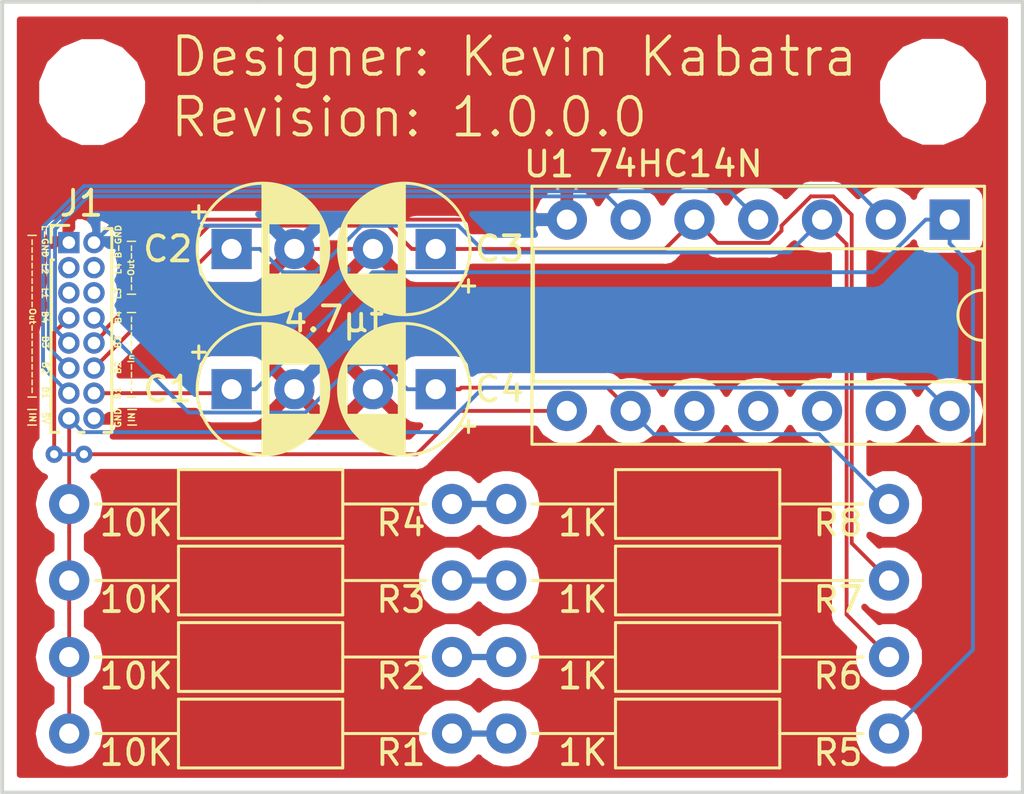
<source format=kicad_pcb>
(kicad_pcb (version 20171130) (host pcbnew "(5.0.0)")

  (general
    (thickness 1.6)
    (drawings 28)
    (tracks 112)
    (zones 0)
    (modules 16)
    (nets 23)
  )

  (page A4)
  (title_block
    (title "Arcade Cabinet - Button and LED controller")
    (date 2018-09-16)
    (rev 1.0.0.0)
    (comment 4 "Designed by Kevin Kabatra and released under MIT license.")
  )

  (layers
    (0 F.Cu signal hide)
    (31 B.Cu signal hide)
    (32 B.Adhes user)
    (33 F.Adhes user)
    (34 B.Paste user)
    (35 F.Paste user)
    (36 B.SilkS user)
    (37 F.SilkS user)
    (38 B.Mask user)
    (39 F.Mask user)
    (40 Dwgs.User user hide)
    (41 Cmts.User user hide)
    (42 Eco1.User user hide)
    (43 Eco2.User user hide)
    (44 Edge.Cuts user)
    (45 Margin user)
    (46 B.CrtYd user)
    (47 F.CrtYd user)
    (48 B.Fab user)
    (49 F.Fab user)
  )

  (setup
    (last_trace_width 0.1524)
    (trace_clearance 0.0508)
    (zone_clearance 0.508)
    (zone_45_only no)
    (trace_min 0.1524)
    (segment_width 0.2)
    (edge_width 0.15)
    (via_size 0.6858)
    (via_drill 0.3302)
    (via_min_size 0.6858)
    (via_min_drill 0.3302)
    (uvia_size 0.3)
    (uvia_drill 0.1)
    (uvias_allowed no)
    (uvia_min_size 0.2)
    (uvia_min_drill 0.1)
    (pcb_text_width 0.3)
    (pcb_text_size 1.5 1.5)
    (mod_edge_width 0.15)
    (mod_text_size 1 1)
    (mod_text_width 0.15)
    (pad_size 3.2 3.2)
    (pad_drill 3.2)
    (pad_to_mask_clearance 0.0508)
    (aux_axis_origin 0 0)
    (visible_elements 7FFFFFFF)
    (pcbplotparams
      (layerselection 0x010fc_ffffffff)
      (usegerberextensions false)
      (usegerberattributes false)
      (usegerberadvancedattributes false)
      (creategerberjobfile false)
      (excludeedgelayer true)
      (linewidth 0.100000)
      (plotframeref false)
      (viasonmask false)
      (mode 1)
      (useauxorigin false)
      (hpglpennumber 1)
      (hpglpenspeed 20)
      (hpglpendiameter 15.000000)
      (psnegative false)
      (psa4output false)
      (plotreference true)
      (plotvalue true)
      (plotinvisibletext false)
      (padsonsilk false)
      (subtractmaskfromsilk false)
      (outputformat 1)
      (mirror false)
      (drillshape 1)
      (scaleselection 1)
      (outputdirectory ""))
  )

  (net 0 "")
  (net 1 Save_State_Output)
  (net 2 5V)
  (net 3 Player_1_Start_LED)
  (net 4 Player_2_Start_LED)
  (net 5 GND)
  (net 6 Load_State_Input)
  (net 7 Save_State_Input)
  (net 8 Load_State_Ouput)
  (net 9 "Net-(R1-Pad1)")
  (net 10 "Net-(R2-Pad1)")
  (net 11 "Net-(R3-Pad1)")
  (net 12 "Net-(R4-Pad1)")
  (net 13 "Net-(U1-Pad10)")
  (net 14 "Net-(U1-Pad11)")
  (net 15 "Net-(U1-Pad12)")
  (net 16 "Net-(U1-Pad13)")
  (net 17 Player_1_Coin_Input)
  (net 18 Player_2_Coin_Input)
  (net 19 Player_2_Coin_LED)
  (net 20 Player_1_Coin_LED)
  (net 21 Player_2_Coin_Output)
  (net 22 Player_1_Coin_Output)

  (net_class Default "This is the default net class."
    (clearance 0.0508)
    (trace_width 0.1524)
    (via_dia 0.6858)
    (via_drill 0.3302)
    (uvia_dia 0.3)
    (uvia_drill 0.1)
    (add_net 5V)
    (add_net GND)
    (add_net Load_State_Input)
    (add_net Load_State_Ouput)
    (add_net "Net-(R1-Pad1)")
    (add_net "Net-(R2-Pad1)")
    (add_net "Net-(R3-Pad1)")
    (add_net "Net-(R4-Pad1)")
    (add_net "Net-(U1-Pad10)")
    (add_net "Net-(U1-Pad11)")
    (add_net "Net-(U1-Pad12)")
    (add_net "Net-(U1-Pad13)")
    (add_net Player_1_Coin_Input)
    (add_net Player_1_Coin_LED)
    (add_net Player_1_Coin_Output)
    (add_net Player_1_Start_LED)
    (add_net Player_2_Coin_Input)
    (add_net Player_2_Coin_LED)
    (add_net Player_2_Coin_Output)
    (add_net Player_2_Start_LED)
    (add_net Save_State_Input)
    (add_net Save_State_Output)
  )

  (module MountingHole:MountingHole_3.2mm_M3 (layer F.Cu) (tedit 5BA07550) (tstamp 5BAD9B99)
    (at 64.2874 113.8936)
    (descr "Mounting Hole 3.2mm, no annular, M3")
    (tags "mounting hole 3.2mm no annular m3")
    (attr virtual)
    (fp_text reference REF** (at -20.4343 -1.6383) (layer F.SilkS) hide
      (effects (font (size 1 1) (thickness 0.15)))
    )
    (fp_text value MountingHole_3.2mm_M3 (at -13.1318 -0.3683 180) (layer F.Fab)
      (effects (font (size 1 1) (thickness 0.15)))
    )
    (fp_text user %R (at -16.1417 -1.6637) (layer F.Fab)
      (effects (font (size 1 1) (thickness 0.15)))
    )
    (fp_circle (center 0 0) (end 3.2 0) (layer Cmts.User) (width 0.15))
    (fp_circle (center 0 0) (end 3.45 0) (layer F.CrtYd) (width 0.05))
    (pad 1 np_thru_hole circle (at 0 0) (size 3.2 3.2) (drill 3.2) (layers *.Cu *.Mask))
  )

  (module Package_DIP:DIP-14_W7.62mm_Socket (layer F.Cu) (tedit 5B9FA6F3) (tstamp 5BADCA03)
    (at 98.425 118.9736 270)
    (descr "14-lead though-hole mounted DIP package, row spacing 7.62 mm (300 mils), Socket")
    (tags "THT DIP DIL PDIP 2.54mm 7.62mm 300mil Socket")
    (path /5B9D6953)
    (fp_text reference U1 (at -2.2098 15.9512) (layer F.SilkS)
      (effects (font (size 1 1) (thickness 0.15)))
    )
    (fp_text value 74HC14N (at -2.2225 10.8966 180) (layer F.SilkS)
      (effects (font (size 1 1) (thickness 0.15)))
    )
    (fp_arc (start 3.81 -1.33) (end 2.81 -1.33) (angle -180) (layer F.SilkS) (width 0.12))
    (fp_line (start 1.635 -1.27) (end 6.985 -1.27) (layer F.Fab) (width 0.1))
    (fp_line (start 6.985 -1.27) (end 6.985 16.51) (layer F.Fab) (width 0.1))
    (fp_line (start 6.985 16.51) (end 0.635 16.51) (layer F.Fab) (width 0.1))
    (fp_line (start 0.635 16.51) (end 0.635 -0.27) (layer F.Fab) (width 0.1))
    (fp_line (start 0.635 -0.27) (end 1.635 -1.27) (layer F.Fab) (width 0.1))
    (fp_line (start -1.27 -1.33) (end -1.27 16.57) (layer F.Fab) (width 0.1))
    (fp_line (start -1.27 16.57) (end 8.89 16.57) (layer F.Fab) (width 0.1))
    (fp_line (start 8.89 16.57) (end 8.89 -1.33) (layer F.Fab) (width 0.1))
    (fp_line (start 8.89 -1.33) (end -1.27 -1.33) (layer F.Fab) (width 0.1))
    (fp_line (start 2.81 -1.33) (end 1.16 -1.33) (layer F.SilkS) (width 0.12))
    (fp_line (start 1.16 -1.33) (end 1.16 16.57) (layer F.SilkS) (width 0.12))
    (fp_line (start 1.16 16.57) (end 6.46 16.57) (layer F.SilkS) (width 0.12))
    (fp_line (start 6.46 16.57) (end 6.46 -1.33) (layer F.SilkS) (width 0.12))
    (fp_line (start 6.46 -1.33) (end 4.81 -1.33) (layer F.SilkS) (width 0.12))
    (fp_line (start -1.33 -1.39) (end -1.33 16.63) (layer F.SilkS) (width 0.12))
    (fp_line (start -1.33 16.63) (end 8.95 16.63) (layer F.SilkS) (width 0.12))
    (fp_line (start 8.95 16.63) (end 8.95 -1.39) (layer F.SilkS) (width 0.12))
    (fp_line (start 8.95 -1.39) (end -1.33 -1.39) (layer F.SilkS) (width 0.12))
    (fp_line (start -1.55 -1.6) (end -1.55 16.85) (layer F.CrtYd) (width 0.05))
    (fp_line (start -1.55 16.85) (end 9.15 16.85) (layer F.CrtYd) (width 0.05))
    (fp_line (start 9.15 16.85) (end 9.15 -1.6) (layer F.CrtYd) (width 0.05))
    (fp_line (start 9.15 -1.6) (end -1.55 -1.6) (layer F.CrtYd) (width 0.05))
    (fp_text user %R (at 3.81 7.62 270) (layer F.Fab)
      (effects (font (size 1 1) (thickness 0.15)))
    )
    (pad 1 thru_hole rect (at 0 0 270) (size 1.6 1.6) (drill 0.8) (layers *.Cu *.Mask)
      (net 17 Player_1_Coin_Input))
    (pad 8 thru_hole oval (at 7.62 15.24 270) (size 1.6 1.6) (drill 0.8) (layers *.Cu *.Mask)
      (net 1 Save_State_Output))
    (pad 2 thru_hole oval (at 0 2.54 270) (size 1.6 1.6) (drill 0.8) (layers *.Cu *.Mask)
      (net 22 Player_1_Coin_Output))
    (pad 9 thru_hole oval (at 7.62 12.7 270) (size 1.6 1.6) (drill 0.8) (layers *.Cu *.Mask)
      (net 7 Save_State_Input))
    (pad 3 thru_hole oval (at 0 5.08 270) (size 1.6 1.6) (drill 0.8) (layers *.Cu *.Mask)
      (net 18 Player_2_Coin_Input))
    (pad 10 thru_hole oval (at 7.62 10.16 270) (size 1.6 1.6) (drill 0.8) (layers *.Cu *.Mask)
      (net 13 "Net-(U1-Pad10)"))
    (pad 4 thru_hole oval (at 0 7.62 270) (size 1.6 1.6) (drill 0.8) (layers *.Cu *.Mask)
      (net 21 Player_2_Coin_Output))
    (pad 11 thru_hole oval (at 7.62 7.62 270) (size 1.6 1.6) (drill 0.8) (layers *.Cu *.Mask)
      (net 14 "Net-(U1-Pad11)"))
    (pad 5 thru_hole oval (at 0 10.16 270) (size 1.6 1.6) (drill 0.8) (layers *.Cu *.Mask)
      (net 6 Load_State_Input))
    (pad 12 thru_hole oval (at 7.62 5.08 270) (size 1.6 1.6) (drill 0.8) (layers *.Cu *.Mask)
      (net 15 "Net-(U1-Pad12)"))
    (pad 6 thru_hole oval (at 0 12.7 270) (size 1.6 1.6) (drill 0.8) (layers *.Cu *.Mask)
      (net 8 Load_State_Ouput))
    (pad 13 thru_hole oval (at 7.62 2.54 270) (size 1.6 1.6) (drill 0.8) (layers *.Cu *.Mask)
      (net 16 "Net-(U1-Pad13)"))
    (pad 7 thru_hole oval (at 0 15.24 270) (size 1.6 1.6) (drill 0.8) (layers *.Cu *.Mask)
      (net 5 GND))
    (pad 14 thru_hole oval (at 7.62 0 270) (size 1.6 1.6) (drill 0.8) (layers *.Cu *.Mask)
      (net 2 5V))
    (model ${KISYS3DMOD}/Package_DIP.3dshapes/DIP-14_W7.62mm_Socket.wrl
      (at (xyz 0 0 0))
      (scale (xyz 1 1 1))
      (rotate (xyz 0 0 0))
    )
  )

  (module MountingHole:MountingHole_3.2mm_M3 (layer F.Cu) (tedit 5BA0755F) (tstamp 5BAD731C)
    (at 97.7646 113.8809)
    (descr "Mounting Hole 3.2mm, no annular, M3")
    (tags "mounting hole 3.2mm no annular m3")
    (attr virtual)
    (fp_text reference REF** (at 8.0518 -1.9177) (layer F.SilkS) hide
      (effects (font (size 1 1) (thickness 0.15)))
    )
    (fp_text value MountingHole_3.2mm_M3 (at 15.2908 -0.6477) (layer F.Fab)
      (effects (font (size 1 1) (thickness 0.15)))
    )
    (fp_text user %R (at 12.1793 -1.905) (layer F.Fab)
      (effects (font (size 1 1) (thickness 0.15)))
    )
    (fp_circle (center 0 0) (end 3.2 0) (layer Cmts.User) (width 0.15))
    (fp_circle (center 0 0) (end 3.45 0) (layer F.CrtYd) (width 0.05))
    (pad 1 np_thru_hole circle (at 0 0) (size 3.2 3.2) (drill 3.2) (layers *.Cu *.Mask))
  )

  (module Resistor_THT:R_Axial_DIN0207_L6.3mm_D2.5mm_P15.24mm_Horizontal (layer F.Cu) (tedit 5B9FA661) (tstamp 5BAC283D)
    (at 78.613 139.446 180)
    (descr "Resistor, Axial_DIN0207 series, Axial, Horizontal, pin pitch=15.24mm, 0.25W = 1/4W, length*diameter=6.3*2.5mm^2, http://cdn-reichelt.de/documents/datenblatt/B400/1_4W%23YAG.pdf")
    (tags "Resistor Axial_DIN0207 series Axial Horizontal pin pitch 15.24mm 0.25W = 1/4W length 6.3mm diameter 2.5mm")
    (path /5B9DFE20)
    (fp_text reference R1 (at 2.032 -0.762 180) (layer F.SilkS)
      (effects (font (size 1 1) (thickness 0.15)))
    )
    (fp_text value 10K (at 12.573 -0.762 180) (layer F.SilkS)
      (effects (font (size 1 1) (thickness 0.15)))
    )
    (fp_line (start 4.47 -1.25) (end 4.47 1.25) (layer F.Fab) (width 0.1))
    (fp_line (start 4.47 1.25) (end 10.77 1.25) (layer F.Fab) (width 0.1))
    (fp_line (start 10.77 1.25) (end 10.77 -1.25) (layer F.Fab) (width 0.1))
    (fp_line (start 10.77 -1.25) (end 4.47 -1.25) (layer F.Fab) (width 0.1))
    (fp_line (start 0 0) (end 4.47 0) (layer F.Fab) (width 0.1))
    (fp_line (start 15.24 0) (end 10.77 0) (layer F.Fab) (width 0.1))
    (fp_line (start 4.35 -1.37) (end 4.35 1.37) (layer F.SilkS) (width 0.12))
    (fp_line (start 4.35 1.37) (end 10.89 1.37) (layer F.SilkS) (width 0.12))
    (fp_line (start 10.89 1.37) (end 10.89 -1.37) (layer F.SilkS) (width 0.12))
    (fp_line (start 10.89 -1.37) (end 4.35 -1.37) (layer F.SilkS) (width 0.12))
    (fp_line (start 1.04 0) (end 4.35 0) (layer F.SilkS) (width 0.12))
    (fp_line (start 14.2 0) (end 10.89 0) (layer F.SilkS) (width 0.12))
    (fp_line (start -1.05 -1.5) (end -1.05 1.5) (layer F.CrtYd) (width 0.05))
    (fp_line (start -1.05 1.5) (end 16.29 1.5) (layer F.CrtYd) (width 0.05))
    (fp_line (start 16.29 1.5) (end 16.29 -1.5) (layer F.CrtYd) (width 0.05))
    (fp_line (start 16.29 -1.5) (end -1.05 -1.5) (layer F.CrtYd) (width 0.05))
    (fp_text user %R (at 5.715 0 180) (layer F.Fab)
      (effects (font (size 1 1) (thickness 0.15)))
    )
    (pad 1 thru_hole circle (at 0 0 180) (size 1.6 1.6) (drill 0.8) (layers *.Cu *.Mask)
      (net 9 "Net-(R1-Pad1)"))
    (pad 2 thru_hole oval (at 15.24 0 180) (size 1.6 1.6) (drill 0.8) (layers *.Cu *.Mask)
      (net 2 5V))
    (model ${KISYS3DMOD}/Resistor_THT.3dshapes/R_Axial_DIN0207_L6.3mm_D2.5mm_P15.24mm_Horizontal.wrl
      (at (xyz 0 0 0))
      (scale (xyz 1 1 1))
      (rotate (xyz 0 0 0))
    )
  )

  (module Capacitor_THT:CP_Radial_D5.0mm_P2.50mm (layer F.Cu) (tedit 5AE50EF0) (tstamp 5B9F0866)
    (at 77.9653 120.142 180)
    (descr "CP, Radial series, Radial, pin pitch=2.50mm, , diameter=5mm, Electrolytic Capacitor")
    (tags "CP Radial series Radial pin pitch 2.50mm  diameter 5mm Electrolytic Capacitor")
    (path /5B9DD177)
    (fp_text reference C3 (at -2.54 0 180) (layer F.SilkS)
      (effects (font (size 1 1) (thickness 0.15)))
    )
    (fp_text value 4.7µf (at 4.064 -2.794 180) (layer F.Fab)
      (effects (font (size 1 1) (thickness 0.15)))
    )
    (fp_text user %R (at 1.25 0 180) (layer F.Fab)
      (effects (font (size 1 1) (thickness 0.15)))
    )
    (fp_line (start -1.304775 -1.725) (end -1.304775 -1.225) (layer F.SilkS) (width 0.12))
    (fp_line (start -1.554775 -1.475) (end -1.054775 -1.475) (layer F.SilkS) (width 0.12))
    (fp_line (start 3.851 -0.284) (end 3.851 0.284) (layer F.SilkS) (width 0.12))
    (fp_line (start 3.811 -0.518) (end 3.811 0.518) (layer F.SilkS) (width 0.12))
    (fp_line (start 3.771 -0.677) (end 3.771 0.677) (layer F.SilkS) (width 0.12))
    (fp_line (start 3.731 -0.805) (end 3.731 0.805) (layer F.SilkS) (width 0.12))
    (fp_line (start 3.691 -0.915) (end 3.691 0.915) (layer F.SilkS) (width 0.12))
    (fp_line (start 3.651 -1.011) (end 3.651 1.011) (layer F.SilkS) (width 0.12))
    (fp_line (start 3.611 -1.098) (end 3.611 1.098) (layer F.SilkS) (width 0.12))
    (fp_line (start 3.571 -1.178) (end 3.571 1.178) (layer F.SilkS) (width 0.12))
    (fp_line (start 3.531 1.04) (end 3.531 1.251) (layer F.SilkS) (width 0.12))
    (fp_line (start 3.531 -1.251) (end 3.531 -1.04) (layer F.SilkS) (width 0.12))
    (fp_line (start 3.491 1.04) (end 3.491 1.319) (layer F.SilkS) (width 0.12))
    (fp_line (start 3.491 -1.319) (end 3.491 -1.04) (layer F.SilkS) (width 0.12))
    (fp_line (start 3.451 1.04) (end 3.451 1.383) (layer F.SilkS) (width 0.12))
    (fp_line (start 3.451 -1.383) (end 3.451 -1.04) (layer F.SilkS) (width 0.12))
    (fp_line (start 3.411 1.04) (end 3.411 1.443) (layer F.SilkS) (width 0.12))
    (fp_line (start 3.411 -1.443) (end 3.411 -1.04) (layer F.SilkS) (width 0.12))
    (fp_line (start 3.371 1.04) (end 3.371 1.5) (layer F.SilkS) (width 0.12))
    (fp_line (start 3.371 -1.5) (end 3.371 -1.04) (layer F.SilkS) (width 0.12))
    (fp_line (start 3.331 1.04) (end 3.331 1.554) (layer F.SilkS) (width 0.12))
    (fp_line (start 3.331 -1.554) (end 3.331 -1.04) (layer F.SilkS) (width 0.12))
    (fp_line (start 3.291 1.04) (end 3.291 1.605) (layer F.SilkS) (width 0.12))
    (fp_line (start 3.291 -1.605) (end 3.291 -1.04) (layer F.SilkS) (width 0.12))
    (fp_line (start 3.251 1.04) (end 3.251 1.653) (layer F.SilkS) (width 0.12))
    (fp_line (start 3.251 -1.653) (end 3.251 -1.04) (layer F.SilkS) (width 0.12))
    (fp_line (start 3.211 1.04) (end 3.211 1.699) (layer F.SilkS) (width 0.12))
    (fp_line (start 3.211 -1.699) (end 3.211 -1.04) (layer F.SilkS) (width 0.12))
    (fp_line (start 3.171 1.04) (end 3.171 1.743) (layer F.SilkS) (width 0.12))
    (fp_line (start 3.171 -1.743) (end 3.171 -1.04) (layer F.SilkS) (width 0.12))
    (fp_line (start 3.131 1.04) (end 3.131 1.785) (layer F.SilkS) (width 0.12))
    (fp_line (start 3.131 -1.785) (end 3.131 -1.04) (layer F.SilkS) (width 0.12))
    (fp_line (start 3.091 1.04) (end 3.091 1.826) (layer F.SilkS) (width 0.12))
    (fp_line (start 3.091 -1.826) (end 3.091 -1.04) (layer F.SilkS) (width 0.12))
    (fp_line (start 3.051 1.04) (end 3.051 1.864) (layer F.SilkS) (width 0.12))
    (fp_line (start 3.051 -1.864) (end 3.051 -1.04) (layer F.SilkS) (width 0.12))
    (fp_line (start 3.011 1.04) (end 3.011 1.901) (layer F.SilkS) (width 0.12))
    (fp_line (start 3.011 -1.901) (end 3.011 -1.04) (layer F.SilkS) (width 0.12))
    (fp_line (start 2.971 1.04) (end 2.971 1.937) (layer F.SilkS) (width 0.12))
    (fp_line (start 2.971 -1.937) (end 2.971 -1.04) (layer F.SilkS) (width 0.12))
    (fp_line (start 2.931 1.04) (end 2.931 1.971) (layer F.SilkS) (width 0.12))
    (fp_line (start 2.931 -1.971) (end 2.931 -1.04) (layer F.SilkS) (width 0.12))
    (fp_line (start 2.891 1.04) (end 2.891 2.004) (layer F.SilkS) (width 0.12))
    (fp_line (start 2.891 -2.004) (end 2.891 -1.04) (layer F.SilkS) (width 0.12))
    (fp_line (start 2.851 1.04) (end 2.851 2.035) (layer F.SilkS) (width 0.12))
    (fp_line (start 2.851 -2.035) (end 2.851 -1.04) (layer F.SilkS) (width 0.12))
    (fp_line (start 2.811 1.04) (end 2.811 2.065) (layer F.SilkS) (width 0.12))
    (fp_line (start 2.811 -2.065) (end 2.811 -1.04) (layer F.SilkS) (width 0.12))
    (fp_line (start 2.771 1.04) (end 2.771 2.095) (layer F.SilkS) (width 0.12))
    (fp_line (start 2.771 -2.095) (end 2.771 -1.04) (layer F.SilkS) (width 0.12))
    (fp_line (start 2.731 1.04) (end 2.731 2.122) (layer F.SilkS) (width 0.12))
    (fp_line (start 2.731 -2.122) (end 2.731 -1.04) (layer F.SilkS) (width 0.12))
    (fp_line (start 2.691 1.04) (end 2.691 2.149) (layer F.SilkS) (width 0.12))
    (fp_line (start 2.691 -2.149) (end 2.691 -1.04) (layer F.SilkS) (width 0.12))
    (fp_line (start 2.651 1.04) (end 2.651 2.175) (layer F.SilkS) (width 0.12))
    (fp_line (start 2.651 -2.175) (end 2.651 -1.04) (layer F.SilkS) (width 0.12))
    (fp_line (start 2.611 1.04) (end 2.611 2.2) (layer F.SilkS) (width 0.12))
    (fp_line (start 2.611 -2.2) (end 2.611 -1.04) (layer F.SilkS) (width 0.12))
    (fp_line (start 2.571 1.04) (end 2.571 2.224) (layer F.SilkS) (width 0.12))
    (fp_line (start 2.571 -2.224) (end 2.571 -1.04) (layer F.SilkS) (width 0.12))
    (fp_line (start 2.531 1.04) (end 2.531 2.247) (layer F.SilkS) (width 0.12))
    (fp_line (start 2.531 -2.247) (end 2.531 -1.04) (layer F.SilkS) (width 0.12))
    (fp_line (start 2.491 1.04) (end 2.491 2.268) (layer F.SilkS) (width 0.12))
    (fp_line (start 2.491 -2.268) (end 2.491 -1.04) (layer F.SilkS) (width 0.12))
    (fp_line (start 2.451 1.04) (end 2.451 2.29) (layer F.SilkS) (width 0.12))
    (fp_line (start 2.451 -2.29) (end 2.451 -1.04) (layer F.SilkS) (width 0.12))
    (fp_line (start 2.411 1.04) (end 2.411 2.31) (layer F.SilkS) (width 0.12))
    (fp_line (start 2.411 -2.31) (end 2.411 -1.04) (layer F.SilkS) (width 0.12))
    (fp_line (start 2.371 1.04) (end 2.371 2.329) (layer F.SilkS) (width 0.12))
    (fp_line (start 2.371 -2.329) (end 2.371 -1.04) (layer F.SilkS) (width 0.12))
    (fp_line (start 2.331 1.04) (end 2.331 2.348) (layer F.SilkS) (width 0.12))
    (fp_line (start 2.331 -2.348) (end 2.331 -1.04) (layer F.SilkS) (width 0.12))
    (fp_line (start 2.291 1.04) (end 2.291 2.365) (layer F.SilkS) (width 0.12))
    (fp_line (start 2.291 -2.365) (end 2.291 -1.04) (layer F.SilkS) (width 0.12))
    (fp_line (start 2.251 1.04) (end 2.251 2.382) (layer F.SilkS) (width 0.12))
    (fp_line (start 2.251 -2.382) (end 2.251 -1.04) (layer F.SilkS) (width 0.12))
    (fp_line (start 2.211 1.04) (end 2.211 2.398) (layer F.SilkS) (width 0.12))
    (fp_line (start 2.211 -2.398) (end 2.211 -1.04) (layer F.SilkS) (width 0.12))
    (fp_line (start 2.171 1.04) (end 2.171 2.414) (layer F.SilkS) (width 0.12))
    (fp_line (start 2.171 -2.414) (end 2.171 -1.04) (layer F.SilkS) (width 0.12))
    (fp_line (start 2.131 1.04) (end 2.131 2.428) (layer F.SilkS) (width 0.12))
    (fp_line (start 2.131 -2.428) (end 2.131 -1.04) (layer F.SilkS) (width 0.12))
    (fp_line (start 2.091 1.04) (end 2.091 2.442) (layer F.SilkS) (width 0.12))
    (fp_line (start 2.091 -2.442) (end 2.091 -1.04) (layer F.SilkS) (width 0.12))
    (fp_line (start 2.051 1.04) (end 2.051 2.455) (layer F.SilkS) (width 0.12))
    (fp_line (start 2.051 -2.455) (end 2.051 -1.04) (layer F.SilkS) (width 0.12))
    (fp_line (start 2.011 1.04) (end 2.011 2.468) (layer F.SilkS) (width 0.12))
    (fp_line (start 2.011 -2.468) (end 2.011 -1.04) (layer F.SilkS) (width 0.12))
    (fp_line (start 1.971 1.04) (end 1.971 2.48) (layer F.SilkS) (width 0.12))
    (fp_line (start 1.971 -2.48) (end 1.971 -1.04) (layer F.SilkS) (width 0.12))
    (fp_line (start 1.93 1.04) (end 1.93 2.491) (layer F.SilkS) (width 0.12))
    (fp_line (start 1.93 -2.491) (end 1.93 -1.04) (layer F.SilkS) (width 0.12))
    (fp_line (start 1.89 1.04) (end 1.89 2.501) (layer F.SilkS) (width 0.12))
    (fp_line (start 1.89 -2.501) (end 1.89 -1.04) (layer F.SilkS) (width 0.12))
    (fp_line (start 1.85 1.04) (end 1.85 2.511) (layer F.SilkS) (width 0.12))
    (fp_line (start 1.85 -2.511) (end 1.85 -1.04) (layer F.SilkS) (width 0.12))
    (fp_line (start 1.81 1.04) (end 1.81 2.52) (layer F.SilkS) (width 0.12))
    (fp_line (start 1.81 -2.52) (end 1.81 -1.04) (layer F.SilkS) (width 0.12))
    (fp_line (start 1.77 1.04) (end 1.77 2.528) (layer F.SilkS) (width 0.12))
    (fp_line (start 1.77 -2.528) (end 1.77 -1.04) (layer F.SilkS) (width 0.12))
    (fp_line (start 1.73 1.04) (end 1.73 2.536) (layer F.SilkS) (width 0.12))
    (fp_line (start 1.73 -2.536) (end 1.73 -1.04) (layer F.SilkS) (width 0.12))
    (fp_line (start 1.69 1.04) (end 1.69 2.543) (layer F.SilkS) (width 0.12))
    (fp_line (start 1.69 -2.543) (end 1.69 -1.04) (layer F.SilkS) (width 0.12))
    (fp_line (start 1.65 1.04) (end 1.65 2.55) (layer F.SilkS) (width 0.12))
    (fp_line (start 1.65 -2.55) (end 1.65 -1.04) (layer F.SilkS) (width 0.12))
    (fp_line (start 1.61 1.04) (end 1.61 2.556) (layer F.SilkS) (width 0.12))
    (fp_line (start 1.61 -2.556) (end 1.61 -1.04) (layer F.SilkS) (width 0.12))
    (fp_line (start 1.57 1.04) (end 1.57 2.561) (layer F.SilkS) (width 0.12))
    (fp_line (start 1.57 -2.561) (end 1.57 -1.04) (layer F.SilkS) (width 0.12))
    (fp_line (start 1.53 1.04) (end 1.53 2.565) (layer F.SilkS) (width 0.12))
    (fp_line (start 1.53 -2.565) (end 1.53 -1.04) (layer F.SilkS) (width 0.12))
    (fp_line (start 1.49 1.04) (end 1.49 2.569) (layer F.SilkS) (width 0.12))
    (fp_line (start 1.49 -2.569) (end 1.49 -1.04) (layer F.SilkS) (width 0.12))
    (fp_line (start 1.45 -2.573) (end 1.45 2.573) (layer F.SilkS) (width 0.12))
    (fp_line (start 1.41 -2.576) (end 1.41 2.576) (layer F.SilkS) (width 0.12))
    (fp_line (start 1.37 -2.578) (end 1.37 2.578) (layer F.SilkS) (width 0.12))
    (fp_line (start 1.33 -2.579) (end 1.33 2.579) (layer F.SilkS) (width 0.12))
    (fp_line (start 1.29 -2.58) (end 1.29 2.58) (layer F.SilkS) (width 0.12))
    (fp_line (start 1.25 -2.58) (end 1.25 2.58) (layer F.SilkS) (width 0.12))
    (fp_line (start -0.633605 -1.3375) (end -0.633605 -0.8375) (layer F.Fab) (width 0.1))
    (fp_line (start -0.883605 -1.0875) (end -0.383605 -1.0875) (layer F.Fab) (width 0.1))
    (fp_circle (center 1.25 0) (end 4 0) (layer F.CrtYd) (width 0.05))
    (fp_circle (center 1.25 0) (end 3.87 0) (layer F.SilkS) (width 0.12))
    (fp_circle (center 1.25 0) (end 3.75 0) (layer F.Fab) (width 0.1))
    (pad 2 thru_hole circle (at 2.5 0 180) (size 1.6 1.6) (drill 0.8) (layers *.Cu *.Mask)
      (net 5 GND))
    (pad 1 thru_hole rect (at 0 0 180) (size 1.6 1.6) (drill 0.8) (layers *.Cu *.Mask)
      (net 6 Load_State_Input))
    (model ${KISYS3DMOD}/Capacitor_THT.3dshapes/CP_Radial_D5.0mm_P2.50mm.wrl
      (at (xyz 0 0 0))
      (scale (xyz 1 1 1))
      (rotate (xyz 0 0 0))
    )
  )

  (module Capacitor_THT:CP_Radial_D5.0mm_P2.50mm (layer F.Cu) (tedit 5B9FA739) (tstamp 5BAC2671)
    (at 69.8373 125.73)
    (descr "CP, Radial series, Radial, pin pitch=2.50mm, , diameter=5mm, Electrolytic Capacitor")
    (tags "CP Radial series Radial pin pitch 2.50mm  diameter 5mm Electrolytic Capacitor")
    (path /5B9DC7CD)
    (fp_text reference C1 (at -2.54 0 180) (layer F.SilkS)
      (effects (font (size 1 1) (thickness 0.15)))
    )
    (fp_text value 4.7µf (at 4.064 -2.794 180) (layer F.SilkS)
      (effects (font (size 1 1) (thickness 0.15)))
    )
    (fp_circle (center 1.25 0) (end 3.75 0) (layer F.Fab) (width 0.1))
    (fp_circle (center 1.25 0) (end 3.87 0) (layer F.SilkS) (width 0.12))
    (fp_circle (center 1.25 0) (end 4 0) (layer F.CrtYd) (width 0.05))
    (fp_line (start -0.883605 -1.0875) (end -0.383605 -1.0875) (layer F.Fab) (width 0.1))
    (fp_line (start -0.633605 -1.3375) (end -0.633605 -0.8375) (layer F.Fab) (width 0.1))
    (fp_line (start 1.25 -2.58) (end 1.25 2.58) (layer F.SilkS) (width 0.12))
    (fp_line (start 1.29 -2.58) (end 1.29 2.58) (layer F.SilkS) (width 0.12))
    (fp_line (start 1.33 -2.579) (end 1.33 2.579) (layer F.SilkS) (width 0.12))
    (fp_line (start 1.37 -2.578) (end 1.37 2.578) (layer F.SilkS) (width 0.12))
    (fp_line (start 1.41 -2.576) (end 1.41 2.576) (layer F.SilkS) (width 0.12))
    (fp_line (start 1.45 -2.573) (end 1.45 2.573) (layer F.SilkS) (width 0.12))
    (fp_line (start 1.49 -2.569) (end 1.49 -1.04) (layer F.SilkS) (width 0.12))
    (fp_line (start 1.49 1.04) (end 1.49 2.569) (layer F.SilkS) (width 0.12))
    (fp_line (start 1.53 -2.565) (end 1.53 -1.04) (layer F.SilkS) (width 0.12))
    (fp_line (start 1.53 1.04) (end 1.53 2.565) (layer F.SilkS) (width 0.12))
    (fp_line (start 1.57 -2.561) (end 1.57 -1.04) (layer F.SilkS) (width 0.12))
    (fp_line (start 1.57 1.04) (end 1.57 2.561) (layer F.SilkS) (width 0.12))
    (fp_line (start 1.61 -2.556) (end 1.61 -1.04) (layer F.SilkS) (width 0.12))
    (fp_line (start 1.61 1.04) (end 1.61 2.556) (layer F.SilkS) (width 0.12))
    (fp_line (start 1.65 -2.55) (end 1.65 -1.04) (layer F.SilkS) (width 0.12))
    (fp_line (start 1.65 1.04) (end 1.65 2.55) (layer F.SilkS) (width 0.12))
    (fp_line (start 1.69 -2.543) (end 1.69 -1.04) (layer F.SilkS) (width 0.12))
    (fp_line (start 1.69 1.04) (end 1.69 2.543) (layer F.SilkS) (width 0.12))
    (fp_line (start 1.73 -2.536) (end 1.73 -1.04) (layer F.SilkS) (width 0.12))
    (fp_line (start 1.73 1.04) (end 1.73 2.536) (layer F.SilkS) (width 0.12))
    (fp_line (start 1.77 -2.528) (end 1.77 -1.04) (layer F.SilkS) (width 0.12))
    (fp_line (start 1.77 1.04) (end 1.77 2.528) (layer F.SilkS) (width 0.12))
    (fp_line (start 1.81 -2.52) (end 1.81 -1.04) (layer F.SilkS) (width 0.12))
    (fp_line (start 1.81 1.04) (end 1.81 2.52) (layer F.SilkS) (width 0.12))
    (fp_line (start 1.85 -2.511) (end 1.85 -1.04) (layer F.SilkS) (width 0.12))
    (fp_line (start 1.85 1.04) (end 1.85 2.511) (layer F.SilkS) (width 0.12))
    (fp_line (start 1.89 -2.501) (end 1.89 -1.04) (layer F.SilkS) (width 0.12))
    (fp_line (start 1.89 1.04) (end 1.89 2.501) (layer F.SilkS) (width 0.12))
    (fp_line (start 1.93 -2.491) (end 1.93 -1.04) (layer F.SilkS) (width 0.12))
    (fp_line (start 1.93 1.04) (end 1.93 2.491) (layer F.SilkS) (width 0.12))
    (fp_line (start 1.971 -2.48) (end 1.971 -1.04) (layer F.SilkS) (width 0.12))
    (fp_line (start 1.971 1.04) (end 1.971 2.48) (layer F.SilkS) (width 0.12))
    (fp_line (start 2.011 -2.468) (end 2.011 -1.04) (layer F.SilkS) (width 0.12))
    (fp_line (start 2.011 1.04) (end 2.011 2.468) (layer F.SilkS) (width 0.12))
    (fp_line (start 2.051 -2.455) (end 2.051 -1.04) (layer F.SilkS) (width 0.12))
    (fp_line (start 2.051 1.04) (end 2.051 2.455) (layer F.SilkS) (width 0.12))
    (fp_line (start 2.091 -2.442) (end 2.091 -1.04) (layer F.SilkS) (width 0.12))
    (fp_line (start 2.091 1.04) (end 2.091 2.442) (layer F.SilkS) (width 0.12))
    (fp_line (start 2.131 -2.428) (end 2.131 -1.04) (layer F.SilkS) (width 0.12))
    (fp_line (start 2.131 1.04) (end 2.131 2.428) (layer F.SilkS) (width 0.12))
    (fp_line (start 2.171 -2.414) (end 2.171 -1.04) (layer F.SilkS) (width 0.12))
    (fp_line (start 2.171 1.04) (end 2.171 2.414) (layer F.SilkS) (width 0.12))
    (fp_line (start 2.211 -2.398) (end 2.211 -1.04) (layer F.SilkS) (width 0.12))
    (fp_line (start 2.211 1.04) (end 2.211 2.398) (layer F.SilkS) (width 0.12))
    (fp_line (start 2.251 -2.382) (end 2.251 -1.04) (layer F.SilkS) (width 0.12))
    (fp_line (start 2.251 1.04) (end 2.251 2.382) (layer F.SilkS) (width 0.12))
    (fp_line (start 2.291 -2.365) (end 2.291 -1.04) (layer F.SilkS) (width 0.12))
    (fp_line (start 2.291 1.04) (end 2.291 2.365) (layer F.SilkS) (width 0.12))
    (fp_line (start 2.331 -2.348) (end 2.331 -1.04) (layer F.SilkS) (width 0.12))
    (fp_line (start 2.331 1.04) (end 2.331 2.348) (layer F.SilkS) (width 0.12))
    (fp_line (start 2.371 -2.329) (end 2.371 -1.04) (layer F.SilkS) (width 0.12))
    (fp_line (start 2.371 1.04) (end 2.371 2.329) (layer F.SilkS) (width 0.12))
    (fp_line (start 2.411 -2.31) (end 2.411 -1.04) (layer F.SilkS) (width 0.12))
    (fp_line (start 2.411 1.04) (end 2.411 2.31) (layer F.SilkS) (width 0.12))
    (fp_line (start 2.451 -2.29) (end 2.451 -1.04) (layer F.SilkS) (width 0.12))
    (fp_line (start 2.451 1.04) (end 2.451 2.29) (layer F.SilkS) (width 0.12))
    (fp_line (start 2.491 -2.268) (end 2.491 -1.04) (layer F.SilkS) (width 0.12))
    (fp_line (start 2.491 1.04) (end 2.491 2.268) (layer F.SilkS) (width 0.12))
    (fp_line (start 2.531 -2.247) (end 2.531 -1.04) (layer F.SilkS) (width 0.12))
    (fp_line (start 2.531 1.04) (end 2.531 2.247) (layer F.SilkS) (width 0.12))
    (fp_line (start 2.571 -2.224) (end 2.571 -1.04) (layer F.SilkS) (width 0.12))
    (fp_line (start 2.571 1.04) (end 2.571 2.224) (layer F.SilkS) (width 0.12))
    (fp_line (start 2.611 -2.2) (end 2.611 -1.04) (layer F.SilkS) (width 0.12))
    (fp_line (start 2.611 1.04) (end 2.611 2.2) (layer F.SilkS) (width 0.12))
    (fp_line (start 2.651 -2.175) (end 2.651 -1.04) (layer F.SilkS) (width 0.12))
    (fp_line (start 2.651 1.04) (end 2.651 2.175) (layer F.SilkS) (width 0.12))
    (fp_line (start 2.691 -2.149) (end 2.691 -1.04) (layer F.SilkS) (width 0.12))
    (fp_line (start 2.691 1.04) (end 2.691 2.149) (layer F.SilkS) (width 0.12))
    (fp_line (start 2.731 -2.122) (end 2.731 -1.04) (layer F.SilkS) (width 0.12))
    (fp_line (start 2.731 1.04) (end 2.731 2.122) (layer F.SilkS) (width 0.12))
    (fp_line (start 2.771 -2.095) (end 2.771 -1.04) (layer F.SilkS) (width 0.12))
    (fp_line (start 2.771 1.04) (end 2.771 2.095) (layer F.SilkS) (width 0.12))
    (fp_line (start 2.811 -2.065) (end 2.811 -1.04) (layer F.SilkS) (width 0.12))
    (fp_line (start 2.811 1.04) (end 2.811 2.065) (layer F.SilkS) (width 0.12))
    (fp_line (start 2.851 -2.035) (end 2.851 -1.04) (layer F.SilkS) (width 0.12))
    (fp_line (start 2.851 1.04) (end 2.851 2.035) (layer F.SilkS) (width 0.12))
    (fp_line (start 2.891 -2.004) (end 2.891 -1.04) (layer F.SilkS) (width 0.12))
    (fp_line (start 2.891 1.04) (end 2.891 2.004) (layer F.SilkS) (width 0.12))
    (fp_line (start 2.931 -1.971) (end 2.931 -1.04) (layer F.SilkS) (width 0.12))
    (fp_line (start 2.931 1.04) (end 2.931 1.971) (layer F.SilkS) (width 0.12))
    (fp_line (start 2.971 -1.937) (end 2.971 -1.04) (layer F.SilkS) (width 0.12))
    (fp_line (start 2.971 1.04) (end 2.971 1.937) (layer F.SilkS) (width 0.12))
    (fp_line (start 3.011 -1.901) (end 3.011 -1.04) (layer F.SilkS) (width 0.12))
    (fp_line (start 3.011 1.04) (end 3.011 1.901) (layer F.SilkS) (width 0.12))
    (fp_line (start 3.051 -1.864) (end 3.051 -1.04) (layer F.SilkS) (width 0.12))
    (fp_line (start 3.051 1.04) (end 3.051 1.864) (layer F.SilkS) (width 0.12))
    (fp_line (start 3.091 -1.826) (end 3.091 -1.04) (layer F.SilkS) (width 0.12))
    (fp_line (start 3.091 1.04) (end 3.091 1.826) (layer F.SilkS) (width 0.12))
    (fp_line (start 3.131 -1.785) (end 3.131 -1.04) (layer F.SilkS) (width 0.12))
    (fp_line (start 3.131 1.04) (end 3.131 1.785) (layer F.SilkS) (width 0.12))
    (fp_line (start 3.171 -1.743) (end 3.171 -1.04) (layer F.SilkS) (width 0.12))
    (fp_line (start 3.171 1.04) (end 3.171 1.743) (layer F.SilkS) (width 0.12))
    (fp_line (start 3.211 -1.699) (end 3.211 -1.04) (layer F.SilkS) (width 0.12))
    (fp_line (start 3.211 1.04) (end 3.211 1.699) (layer F.SilkS) (width 0.12))
    (fp_line (start 3.251 -1.653) (end 3.251 -1.04) (layer F.SilkS) (width 0.12))
    (fp_line (start 3.251 1.04) (end 3.251 1.653) (layer F.SilkS) (width 0.12))
    (fp_line (start 3.291 -1.605) (end 3.291 -1.04) (layer F.SilkS) (width 0.12))
    (fp_line (start 3.291 1.04) (end 3.291 1.605) (layer F.SilkS) (width 0.12))
    (fp_line (start 3.331 -1.554) (end 3.331 -1.04) (layer F.SilkS) (width 0.12))
    (fp_line (start 3.331 1.04) (end 3.331 1.554) (layer F.SilkS) (width 0.12))
    (fp_line (start 3.371 -1.5) (end 3.371 -1.04) (layer F.SilkS) (width 0.12))
    (fp_line (start 3.371 1.04) (end 3.371 1.5) (layer F.SilkS) (width 0.12))
    (fp_line (start 3.411 -1.443) (end 3.411 -1.04) (layer F.SilkS) (width 0.12))
    (fp_line (start 3.411 1.04) (end 3.411 1.443) (layer F.SilkS) (width 0.12))
    (fp_line (start 3.451 -1.383) (end 3.451 -1.04) (layer F.SilkS) (width 0.12))
    (fp_line (start 3.451 1.04) (end 3.451 1.383) (layer F.SilkS) (width 0.12))
    (fp_line (start 3.491 -1.319) (end 3.491 -1.04) (layer F.SilkS) (width 0.12))
    (fp_line (start 3.491 1.04) (end 3.491 1.319) (layer F.SilkS) (width 0.12))
    (fp_line (start 3.531 -1.251) (end 3.531 -1.04) (layer F.SilkS) (width 0.12))
    (fp_line (start 3.531 1.04) (end 3.531 1.251) (layer F.SilkS) (width 0.12))
    (fp_line (start 3.571 -1.178) (end 3.571 1.178) (layer F.SilkS) (width 0.12))
    (fp_line (start 3.611 -1.098) (end 3.611 1.098) (layer F.SilkS) (width 0.12))
    (fp_line (start 3.651 -1.011) (end 3.651 1.011) (layer F.SilkS) (width 0.12))
    (fp_line (start 3.691 -0.915) (end 3.691 0.915) (layer F.SilkS) (width 0.12))
    (fp_line (start 3.731 -0.805) (end 3.731 0.805) (layer F.SilkS) (width 0.12))
    (fp_line (start 3.771 -0.677) (end 3.771 0.677) (layer F.SilkS) (width 0.12))
    (fp_line (start 3.811 -0.518) (end 3.811 0.518) (layer F.SilkS) (width 0.12))
    (fp_line (start 3.851 -0.284) (end 3.851 0.284) (layer F.SilkS) (width 0.12))
    (fp_line (start -1.554775 -1.475) (end -1.054775 -1.475) (layer F.SilkS) (width 0.12))
    (fp_line (start -1.304775 -1.725) (end -1.304775 -1.225) (layer F.SilkS) (width 0.12))
    (fp_text user %R (at 1.25 0) (layer F.Fab)
      (effects (font (size 1 1) (thickness 0.15)))
    )
    (pad 1 thru_hole rect (at 0 0) (size 1.6 1.6) (drill 0.8) (layers *.Cu *.Mask)
      (net 17 Player_1_Coin_Input))
    (pad 2 thru_hole circle (at 2.5 0) (size 1.6 1.6) (drill 0.8) (layers *.Cu *.Mask)
      (net 5 GND))
    (model ${KISYS3DMOD}/Capacitor_THT.3dshapes/CP_Radial_D5.0mm_P2.50mm.wrl
      (at (xyz 0 0 0))
      (scale (xyz 1 1 1))
      (rotate (xyz 0 0 0))
    )
  )

  (module Capacitor_THT:CP_Radial_D5.0mm_P2.50mm (layer F.Cu) (tedit 5AE50EF0) (tstamp 5B9EF926)
    (at 69.8373 120.142)
    (descr "CP, Radial series, Radial, pin pitch=2.50mm, , diameter=5mm, Electrolytic Capacitor")
    (tags "CP Radial series Radial pin pitch 2.50mm  diameter 5mm Electrolytic Capacitor")
    (path /5B9DD115)
    (fp_text reference C2 (at -2.54 0) (layer F.SilkS)
      (effects (font (size 1 1) (thickness 0.15)))
    )
    (fp_text value 4.7µf (at 4.064 2.794 180) (layer F.Fab)
      (effects (font (size 1 1) (thickness 0.15)))
    )
    (fp_circle (center 1.25 0) (end 3.75 0) (layer F.Fab) (width 0.1))
    (fp_circle (center 1.25 0) (end 3.87 0) (layer F.SilkS) (width 0.12))
    (fp_circle (center 1.25 0) (end 4 0) (layer F.CrtYd) (width 0.05))
    (fp_line (start -0.883605 -1.0875) (end -0.383605 -1.0875) (layer F.Fab) (width 0.1))
    (fp_line (start -0.633605 -1.3375) (end -0.633605 -0.8375) (layer F.Fab) (width 0.1))
    (fp_line (start 1.25 -2.58) (end 1.25 2.58) (layer F.SilkS) (width 0.12))
    (fp_line (start 1.29 -2.58) (end 1.29 2.58) (layer F.SilkS) (width 0.12))
    (fp_line (start 1.33 -2.579) (end 1.33 2.579) (layer F.SilkS) (width 0.12))
    (fp_line (start 1.37 -2.578) (end 1.37 2.578) (layer F.SilkS) (width 0.12))
    (fp_line (start 1.41 -2.576) (end 1.41 2.576) (layer F.SilkS) (width 0.12))
    (fp_line (start 1.45 -2.573) (end 1.45 2.573) (layer F.SilkS) (width 0.12))
    (fp_line (start 1.49 -2.569) (end 1.49 -1.04) (layer F.SilkS) (width 0.12))
    (fp_line (start 1.49 1.04) (end 1.49 2.569) (layer F.SilkS) (width 0.12))
    (fp_line (start 1.53 -2.565) (end 1.53 -1.04) (layer F.SilkS) (width 0.12))
    (fp_line (start 1.53 1.04) (end 1.53 2.565) (layer F.SilkS) (width 0.12))
    (fp_line (start 1.57 -2.561) (end 1.57 -1.04) (layer F.SilkS) (width 0.12))
    (fp_line (start 1.57 1.04) (end 1.57 2.561) (layer F.SilkS) (width 0.12))
    (fp_line (start 1.61 -2.556) (end 1.61 -1.04) (layer F.SilkS) (width 0.12))
    (fp_line (start 1.61 1.04) (end 1.61 2.556) (layer F.SilkS) (width 0.12))
    (fp_line (start 1.65 -2.55) (end 1.65 -1.04) (layer F.SilkS) (width 0.12))
    (fp_line (start 1.65 1.04) (end 1.65 2.55) (layer F.SilkS) (width 0.12))
    (fp_line (start 1.69 -2.543) (end 1.69 -1.04) (layer F.SilkS) (width 0.12))
    (fp_line (start 1.69 1.04) (end 1.69 2.543) (layer F.SilkS) (width 0.12))
    (fp_line (start 1.73 -2.536) (end 1.73 -1.04) (layer F.SilkS) (width 0.12))
    (fp_line (start 1.73 1.04) (end 1.73 2.536) (layer F.SilkS) (width 0.12))
    (fp_line (start 1.77 -2.528) (end 1.77 -1.04) (layer F.SilkS) (width 0.12))
    (fp_line (start 1.77 1.04) (end 1.77 2.528) (layer F.SilkS) (width 0.12))
    (fp_line (start 1.81 -2.52) (end 1.81 -1.04) (layer F.SilkS) (width 0.12))
    (fp_line (start 1.81 1.04) (end 1.81 2.52) (layer F.SilkS) (width 0.12))
    (fp_line (start 1.85 -2.511) (end 1.85 -1.04) (layer F.SilkS) (width 0.12))
    (fp_line (start 1.85 1.04) (end 1.85 2.511) (layer F.SilkS) (width 0.12))
    (fp_line (start 1.89 -2.501) (end 1.89 -1.04) (layer F.SilkS) (width 0.12))
    (fp_line (start 1.89 1.04) (end 1.89 2.501) (layer F.SilkS) (width 0.12))
    (fp_line (start 1.93 -2.491) (end 1.93 -1.04) (layer F.SilkS) (width 0.12))
    (fp_line (start 1.93 1.04) (end 1.93 2.491) (layer F.SilkS) (width 0.12))
    (fp_line (start 1.971 -2.48) (end 1.971 -1.04) (layer F.SilkS) (width 0.12))
    (fp_line (start 1.971 1.04) (end 1.971 2.48) (layer F.SilkS) (width 0.12))
    (fp_line (start 2.011 -2.468) (end 2.011 -1.04) (layer F.SilkS) (width 0.12))
    (fp_line (start 2.011 1.04) (end 2.011 2.468) (layer F.SilkS) (width 0.12))
    (fp_line (start 2.051 -2.455) (end 2.051 -1.04) (layer F.SilkS) (width 0.12))
    (fp_line (start 2.051 1.04) (end 2.051 2.455) (layer F.SilkS) (width 0.12))
    (fp_line (start 2.091 -2.442) (end 2.091 -1.04) (layer F.SilkS) (width 0.12))
    (fp_line (start 2.091 1.04) (end 2.091 2.442) (layer F.SilkS) (width 0.12))
    (fp_line (start 2.131 -2.428) (end 2.131 -1.04) (layer F.SilkS) (width 0.12))
    (fp_line (start 2.131 1.04) (end 2.131 2.428) (layer F.SilkS) (width 0.12))
    (fp_line (start 2.171 -2.414) (end 2.171 -1.04) (layer F.SilkS) (width 0.12))
    (fp_line (start 2.171 1.04) (end 2.171 2.414) (layer F.SilkS) (width 0.12))
    (fp_line (start 2.211 -2.398) (end 2.211 -1.04) (layer F.SilkS) (width 0.12))
    (fp_line (start 2.211 1.04) (end 2.211 2.398) (layer F.SilkS) (width 0.12))
    (fp_line (start 2.251 -2.382) (end 2.251 -1.04) (layer F.SilkS) (width 0.12))
    (fp_line (start 2.251 1.04) (end 2.251 2.382) (layer F.SilkS) (width 0.12))
    (fp_line (start 2.291 -2.365) (end 2.291 -1.04) (layer F.SilkS) (width 0.12))
    (fp_line (start 2.291 1.04) (end 2.291 2.365) (layer F.SilkS) (width 0.12))
    (fp_line (start 2.331 -2.348) (end 2.331 -1.04) (layer F.SilkS) (width 0.12))
    (fp_line (start 2.331 1.04) (end 2.331 2.348) (layer F.SilkS) (width 0.12))
    (fp_line (start 2.371 -2.329) (end 2.371 -1.04) (layer F.SilkS) (width 0.12))
    (fp_line (start 2.371 1.04) (end 2.371 2.329) (layer F.SilkS) (width 0.12))
    (fp_line (start 2.411 -2.31) (end 2.411 -1.04) (layer F.SilkS) (width 0.12))
    (fp_line (start 2.411 1.04) (end 2.411 2.31) (layer F.SilkS) (width 0.12))
    (fp_line (start 2.451 -2.29) (end 2.451 -1.04) (layer F.SilkS) (width 0.12))
    (fp_line (start 2.451 1.04) (end 2.451 2.29) (layer F.SilkS) (width 0.12))
    (fp_line (start 2.491 -2.268) (end 2.491 -1.04) (layer F.SilkS) (width 0.12))
    (fp_line (start 2.491 1.04) (end 2.491 2.268) (layer F.SilkS) (width 0.12))
    (fp_line (start 2.531 -2.247) (end 2.531 -1.04) (layer F.SilkS) (width 0.12))
    (fp_line (start 2.531 1.04) (end 2.531 2.247) (layer F.SilkS) (width 0.12))
    (fp_line (start 2.571 -2.224) (end 2.571 -1.04) (layer F.SilkS) (width 0.12))
    (fp_line (start 2.571 1.04) (end 2.571 2.224) (layer F.SilkS) (width 0.12))
    (fp_line (start 2.611 -2.2) (end 2.611 -1.04) (layer F.SilkS) (width 0.12))
    (fp_line (start 2.611 1.04) (end 2.611 2.2) (layer F.SilkS) (width 0.12))
    (fp_line (start 2.651 -2.175) (end 2.651 -1.04) (layer F.SilkS) (width 0.12))
    (fp_line (start 2.651 1.04) (end 2.651 2.175) (layer F.SilkS) (width 0.12))
    (fp_line (start 2.691 -2.149) (end 2.691 -1.04) (layer F.SilkS) (width 0.12))
    (fp_line (start 2.691 1.04) (end 2.691 2.149) (layer F.SilkS) (width 0.12))
    (fp_line (start 2.731 -2.122) (end 2.731 -1.04) (layer F.SilkS) (width 0.12))
    (fp_line (start 2.731 1.04) (end 2.731 2.122) (layer F.SilkS) (width 0.12))
    (fp_line (start 2.771 -2.095) (end 2.771 -1.04) (layer F.SilkS) (width 0.12))
    (fp_line (start 2.771 1.04) (end 2.771 2.095) (layer F.SilkS) (width 0.12))
    (fp_line (start 2.811 -2.065) (end 2.811 -1.04) (layer F.SilkS) (width 0.12))
    (fp_line (start 2.811 1.04) (end 2.811 2.065) (layer F.SilkS) (width 0.12))
    (fp_line (start 2.851 -2.035) (end 2.851 -1.04) (layer F.SilkS) (width 0.12))
    (fp_line (start 2.851 1.04) (end 2.851 2.035) (layer F.SilkS) (width 0.12))
    (fp_line (start 2.891 -2.004) (end 2.891 -1.04) (layer F.SilkS) (width 0.12))
    (fp_line (start 2.891 1.04) (end 2.891 2.004) (layer F.SilkS) (width 0.12))
    (fp_line (start 2.931 -1.971) (end 2.931 -1.04) (layer F.SilkS) (width 0.12))
    (fp_line (start 2.931 1.04) (end 2.931 1.971) (layer F.SilkS) (width 0.12))
    (fp_line (start 2.971 -1.937) (end 2.971 -1.04) (layer F.SilkS) (width 0.12))
    (fp_line (start 2.971 1.04) (end 2.971 1.937) (layer F.SilkS) (width 0.12))
    (fp_line (start 3.011 -1.901) (end 3.011 -1.04) (layer F.SilkS) (width 0.12))
    (fp_line (start 3.011 1.04) (end 3.011 1.901) (layer F.SilkS) (width 0.12))
    (fp_line (start 3.051 -1.864) (end 3.051 -1.04) (layer F.SilkS) (width 0.12))
    (fp_line (start 3.051 1.04) (end 3.051 1.864) (layer F.SilkS) (width 0.12))
    (fp_line (start 3.091 -1.826) (end 3.091 -1.04) (layer F.SilkS) (width 0.12))
    (fp_line (start 3.091 1.04) (end 3.091 1.826) (layer F.SilkS) (width 0.12))
    (fp_line (start 3.131 -1.785) (end 3.131 -1.04) (layer F.SilkS) (width 0.12))
    (fp_line (start 3.131 1.04) (end 3.131 1.785) (layer F.SilkS) (width 0.12))
    (fp_line (start 3.171 -1.743) (end 3.171 -1.04) (layer F.SilkS) (width 0.12))
    (fp_line (start 3.171 1.04) (end 3.171 1.743) (layer F.SilkS) (width 0.12))
    (fp_line (start 3.211 -1.699) (end 3.211 -1.04) (layer F.SilkS) (width 0.12))
    (fp_line (start 3.211 1.04) (end 3.211 1.699) (layer F.SilkS) (width 0.12))
    (fp_line (start 3.251 -1.653) (end 3.251 -1.04) (layer F.SilkS) (width 0.12))
    (fp_line (start 3.251 1.04) (end 3.251 1.653) (layer F.SilkS) (width 0.12))
    (fp_line (start 3.291 -1.605) (end 3.291 -1.04) (layer F.SilkS) (width 0.12))
    (fp_line (start 3.291 1.04) (end 3.291 1.605) (layer F.SilkS) (width 0.12))
    (fp_line (start 3.331 -1.554) (end 3.331 -1.04) (layer F.SilkS) (width 0.12))
    (fp_line (start 3.331 1.04) (end 3.331 1.554) (layer F.SilkS) (width 0.12))
    (fp_line (start 3.371 -1.5) (end 3.371 -1.04) (layer F.SilkS) (width 0.12))
    (fp_line (start 3.371 1.04) (end 3.371 1.5) (layer F.SilkS) (width 0.12))
    (fp_line (start 3.411 -1.443) (end 3.411 -1.04) (layer F.SilkS) (width 0.12))
    (fp_line (start 3.411 1.04) (end 3.411 1.443) (layer F.SilkS) (width 0.12))
    (fp_line (start 3.451 -1.383) (end 3.451 -1.04) (layer F.SilkS) (width 0.12))
    (fp_line (start 3.451 1.04) (end 3.451 1.383) (layer F.SilkS) (width 0.12))
    (fp_line (start 3.491 -1.319) (end 3.491 -1.04) (layer F.SilkS) (width 0.12))
    (fp_line (start 3.491 1.04) (end 3.491 1.319) (layer F.SilkS) (width 0.12))
    (fp_line (start 3.531 -1.251) (end 3.531 -1.04) (layer F.SilkS) (width 0.12))
    (fp_line (start 3.531 1.04) (end 3.531 1.251) (layer F.SilkS) (width 0.12))
    (fp_line (start 3.571 -1.178) (end 3.571 1.178) (layer F.SilkS) (width 0.12))
    (fp_line (start 3.611 -1.098) (end 3.611 1.098) (layer F.SilkS) (width 0.12))
    (fp_line (start 3.651 -1.011) (end 3.651 1.011) (layer F.SilkS) (width 0.12))
    (fp_line (start 3.691 -0.915) (end 3.691 0.915) (layer F.SilkS) (width 0.12))
    (fp_line (start 3.731 -0.805) (end 3.731 0.805) (layer F.SilkS) (width 0.12))
    (fp_line (start 3.771 -0.677) (end 3.771 0.677) (layer F.SilkS) (width 0.12))
    (fp_line (start 3.811 -0.518) (end 3.811 0.518) (layer F.SilkS) (width 0.12))
    (fp_line (start 3.851 -0.284) (end 3.851 0.284) (layer F.SilkS) (width 0.12))
    (fp_line (start -1.554775 -1.475) (end -1.054775 -1.475) (layer F.SilkS) (width 0.12))
    (fp_line (start -1.304775 -1.725) (end -1.304775 -1.225) (layer F.SilkS) (width 0.12))
    (fp_text user %R (at 1.25 0) (layer F.Fab)
      (effects (font (size 1 1) (thickness 0.15)))
    )
    (pad 1 thru_hole rect (at 0 0) (size 1.6 1.6) (drill 0.8) (layers *.Cu *.Mask)
      (net 18 Player_2_Coin_Input))
    (pad 2 thru_hole circle (at 2.5 0) (size 1.6 1.6) (drill 0.8) (layers *.Cu *.Mask)
      (net 5 GND))
    (model ${KISYS3DMOD}/Capacitor_THT.3dshapes/CP_Radial_D5.0mm_P2.50mm.wrl
      (at (xyz 0 0 0))
      (scale (xyz 1 1 1))
      (rotate (xyz 0 0 0))
    )
  )

  (module Capacitor_THT:CP_Radial_D5.0mm_P2.50mm (layer F.Cu) (tedit 5AE50EF0) (tstamp 5BAC27FD)
    (at 77.9653 125.73 180)
    (descr "CP, Radial series, Radial, pin pitch=2.50mm, , diameter=5mm, Electrolytic Capacitor")
    (tags "CP Radial series Radial pin pitch 2.50mm  diameter 5mm Electrolytic Capacitor")
    (path /5B9EA1CC)
    (fp_text reference C4 (at -2.54 0) (layer F.SilkS)
      (effects (font (size 1 1) (thickness 0.15)))
    )
    (fp_text value 4.7µf (at 4.064 2.794) (layer F.Fab)
      (effects (font (size 1 1) (thickness 0.15)))
    )
    (fp_text user %R (at 1.25 0 180) (layer F.Fab)
      (effects (font (size 1 1) (thickness 0.15)))
    )
    (fp_line (start -1.304775 -1.725) (end -1.304775 -1.225) (layer F.SilkS) (width 0.12))
    (fp_line (start -1.554775 -1.475) (end -1.054775 -1.475) (layer F.SilkS) (width 0.12))
    (fp_line (start 3.851 -0.284) (end 3.851 0.284) (layer F.SilkS) (width 0.12))
    (fp_line (start 3.811 -0.518) (end 3.811 0.518) (layer F.SilkS) (width 0.12))
    (fp_line (start 3.771 -0.677) (end 3.771 0.677) (layer F.SilkS) (width 0.12))
    (fp_line (start 3.731 -0.805) (end 3.731 0.805) (layer F.SilkS) (width 0.12))
    (fp_line (start 3.691 -0.915) (end 3.691 0.915) (layer F.SilkS) (width 0.12))
    (fp_line (start 3.651 -1.011) (end 3.651 1.011) (layer F.SilkS) (width 0.12))
    (fp_line (start 3.611 -1.098) (end 3.611 1.098) (layer F.SilkS) (width 0.12))
    (fp_line (start 3.571 -1.178) (end 3.571 1.178) (layer F.SilkS) (width 0.12))
    (fp_line (start 3.531 1.04) (end 3.531 1.251) (layer F.SilkS) (width 0.12))
    (fp_line (start 3.531 -1.251) (end 3.531 -1.04) (layer F.SilkS) (width 0.12))
    (fp_line (start 3.491 1.04) (end 3.491 1.319) (layer F.SilkS) (width 0.12))
    (fp_line (start 3.491 -1.319) (end 3.491 -1.04) (layer F.SilkS) (width 0.12))
    (fp_line (start 3.451 1.04) (end 3.451 1.383) (layer F.SilkS) (width 0.12))
    (fp_line (start 3.451 -1.383) (end 3.451 -1.04) (layer F.SilkS) (width 0.12))
    (fp_line (start 3.411 1.04) (end 3.411 1.443) (layer F.SilkS) (width 0.12))
    (fp_line (start 3.411 -1.443) (end 3.411 -1.04) (layer F.SilkS) (width 0.12))
    (fp_line (start 3.371 1.04) (end 3.371 1.5) (layer F.SilkS) (width 0.12))
    (fp_line (start 3.371 -1.5) (end 3.371 -1.04) (layer F.SilkS) (width 0.12))
    (fp_line (start 3.331 1.04) (end 3.331 1.554) (layer F.SilkS) (width 0.12))
    (fp_line (start 3.331 -1.554) (end 3.331 -1.04) (layer F.SilkS) (width 0.12))
    (fp_line (start 3.291 1.04) (end 3.291 1.605) (layer F.SilkS) (width 0.12))
    (fp_line (start 3.291 -1.605) (end 3.291 -1.04) (layer F.SilkS) (width 0.12))
    (fp_line (start 3.251 1.04) (end 3.251 1.653) (layer F.SilkS) (width 0.12))
    (fp_line (start 3.251 -1.653) (end 3.251 -1.04) (layer F.SilkS) (width 0.12))
    (fp_line (start 3.211 1.04) (end 3.211 1.699) (layer F.SilkS) (width 0.12))
    (fp_line (start 3.211 -1.699) (end 3.211 -1.04) (layer F.SilkS) (width 0.12))
    (fp_line (start 3.171 1.04) (end 3.171 1.743) (layer F.SilkS) (width 0.12))
    (fp_line (start 3.171 -1.743) (end 3.171 -1.04) (layer F.SilkS) (width 0.12))
    (fp_line (start 3.131 1.04) (end 3.131 1.785) (layer F.SilkS) (width 0.12))
    (fp_line (start 3.131 -1.785) (end 3.131 -1.04) (layer F.SilkS) (width 0.12))
    (fp_line (start 3.091 1.04) (end 3.091 1.826) (layer F.SilkS) (width 0.12))
    (fp_line (start 3.091 -1.826) (end 3.091 -1.04) (layer F.SilkS) (width 0.12))
    (fp_line (start 3.051 1.04) (end 3.051 1.864) (layer F.SilkS) (width 0.12))
    (fp_line (start 3.051 -1.864) (end 3.051 -1.04) (layer F.SilkS) (width 0.12))
    (fp_line (start 3.011 1.04) (end 3.011 1.901) (layer F.SilkS) (width 0.12))
    (fp_line (start 3.011 -1.901) (end 3.011 -1.04) (layer F.SilkS) (width 0.12))
    (fp_line (start 2.971 1.04) (end 2.971 1.937) (layer F.SilkS) (width 0.12))
    (fp_line (start 2.971 -1.937) (end 2.971 -1.04) (layer F.SilkS) (width 0.12))
    (fp_line (start 2.931 1.04) (end 2.931 1.971) (layer F.SilkS) (width 0.12))
    (fp_line (start 2.931 -1.971) (end 2.931 -1.04) (layer F.SilkS) (width 0.12))
    (fp_line (start 2.891 1.04) (end 2.891 2.004) (layer F.SilkS) (width 0.12))
    (fp_line (start 2.891 -2.004) (end 2.891 -1.04) (layer F.SilkS) (width 0.12))
    (fp_line (start 2.851 1.04) (end 2.851 2.035) (layer F.SilkS) (width 0.12))
    (fp_line (start 2.851 -2.035) (end 2.851 -1.04) (layer F.SilkS) (width 0.12))
    (fp_line (start 2.811 1.04) (end 2.811 2.065) (layer F.SilkS) (width 0.12))
    (fp_line (start 2.811 -2.065) (end 2.811 -1.04) (layer F.SilkS) (width 0.12))
    (fp_line (start 2.771 1.04) (end 2.771 2.095) (layer F.SilkS) (width 0.12))
    (fp_line (start 2.771 -2.095) (end 2.771 -1.04) (layer F.SilkS) (width 0.12))
    (fp_line (start 2.731 1.04) (end 2.731 2.122) (layer F.SilkS) (width 0.12))
    (fp_line (start 2.731 -2.122) (end 2.731 -1.04) (layer F.SilkS) (width 0.12))
    (fp_line (start 2.691 1.04) (end 2.691 2.149) (layer F.SilkS) (width 0.12))
    (fp_line (start 2.691 -2.149) (end 2.691 -1.04) (layer F.SilkS) (width 0.12))
    (fp_line (start 2.651 1.04) (end 2.651 2.175) (layer F.SilkS) (width 0.12))
    (fp_line (start 2.651 -2.175) (end 2.651 -1.04) (layer F.SilkS) (width 0.12))
    (fp_line (start 2.611 1.04) (end 2.611 2.2) (layer F.SilkS) (width 0.12))
    (fp_line (start 2.611 -2.2) (end 2.611 -1.04) (layer F.SilkS) (width 0.12))
    (fp_line (start 2.571 1.04) (end 2.571 2.224) (layer F.SilkS) (width 0.12))
    (fp_line (start 2.571 -2.224) (end 2.571 -1.04) (layer F.SilkS) (width 0.12))
    (fp_line (start 2.531 1.04) (end 2.531 2.247) (layer F.SilkS) (width 0.12))
    (fp_line (start 2.531 -2.247) (end 2.531 -1.04) (layer F.SilkS) (width 0.12))
    (fp_line (start 2.491 1.04) (end 2.491 2.268) (layer F.SilkS) (width 0.12))
    (fp_line (start 2.491 -2.268) (end 2.491 -1.04) (layer F.SilkS) (width 0.12))
    (fp_line (start 2.451 1.04) (end 2.451 2.29) (layer F.SilkS) (width 0.12))
    (fp_line (start 2.451 -2.29) (end 2.451 -1.04) (layer F.SilkS) (width 0.12))
    (fp_line (start 2.411 1.04) (end 2.411 2.31) (layer F.SilkS) (width 0.12))
    (fp_line (start 2.411 -2.31) (end 2.411 -1.04) (layer F.SilkS) (width 0.12))
    (fp_line (start 2.371 1.04) (end 2.371 2.329) (layer F.SilkS) (width 0.12))
    (fp_line (start 2.371 -2.329) (end 2.371 -1.04) (layer F.SilkS) (width 0.12))
    (fp_line (start 2.331 1.04) (end 2.331 2.348) (layer F.SilkS) (width 0.12))
    (fp_line (start 2.331 -2.348) (end 2.331 -1.04) (layer F.SilkS) (width 0.12))
    (fp_line (start 2.291 1.04) (end 2.291 2.365) (layer F.SilkS) (width 0.12))
    (fp_line (start 2.291 -2.365) (end 2.291 -1.04) (layer F.SilkS) (width 0.12))
    (fp_line (start 2.251 1.04) (end 2.251 2.382) (layer F.SilkS) (width 0.12))
    (fp_line (start 2.251 -2.382) (end 2.251 -1.04) (layer F.SilkS) (width 0.12))
    (fp_line (start 2.211 1.04) (end 2.211 2.398) (layer F.SilkS) (width 0.12))
    (fp_line (start 2.211 -2.398) (end 2.211 -1.04) (layer F.SilkS) (width 0.12))
    (fp_line (start 2.171 1.04) (end 2.171 2.414) (layer F.SilkS) (width 0.12))
    (fp_line (start 2.171 -2.414) (end 2.171 -1.04) (layer F.SilkS) (width 0.12))
    (fp_line (start 2.131 1.04) (end 2.131 2.428) (layer F.SilkS) (width 0.12))
    (fp_line (start 2.131 -2.428) (end 2.131 -1.04) (layer F.SilkS) (width 0.12))
    (fp_line (start 2.091 1.04) (end 2.091 2.442) (layer F.SilkS) (width 0.12))
    (fp_line (start 2.091 -2.442) (end 2.091 -1.04) (layer F.SilkS) (width 0.12))
    (fp_line (start 2.051 1.04) (end 2.051 2.455) (layer F.SilkS) (width 0.12))
    (fp_line (start 2.051 -2.455) (end 2.051 -1.04) (layer F.SilkS) (width 0.12))
    (fp_line (start 2.011 1.04) (end 2.011 2.468) (layer F.SilkS) (width 0.12))
    (fp_line (start 2.011 -2.468) (end 2.011 -1.04) (layer F.SilkS) (width 0.12))
    (fp_line (start 1.971 1.04) (end 1.971 2.48) (layer F.SilkS) (width 0.12))
    (fp_line (start 1.971 -2.48) (end 1.971 -1.04) (layer F.SilkS) (width 0.12))
    (fp_line (start 1.93 1.04) (end 1.93 2.491) (layer F.SilkS) (width 0.12))
    (fp_line (start 1.93 -2.491) (end 1.93 -1.04) (layer F.SilkS) (width 0.12))
    (fp_line (start 1.89 1.04) (end 1.89 2.501) (layer F.SilkS) (width 0.12))
    (fp_line (start 1.89 -2.501) (end 1.89 -1.04) (layer F.SilkS) (width 0.12))
    (fp_line (start 1.85 1.04) (end 1.85 2.511) (layer F.SilkS) (width 0.12))
    (fp_line (start 1.85 -2.511) (end 1.85 -1.04) (layer F.SilkS) (width 0.12))
    (fp_line (start 1.81 1.04) (end 1.81 2.52) (layer F.SilkS) (width 0.12))
    (fp_line (start 1.81 -2.52) (end 1.81 -1.04) (layer F.SilkS) (width 0.12))
    (fp_line (start 1.77 1.04) (end 1.77 2.528) (layer F.SilkS) (width 0.12))
    (fp_line (start 1.77 -2.528) (end 1.77 -1.04) (layer F.SilkS) (width 0.12))
    (fp_line (start 1.73 1.04) (end 1.73 2.536) (layer F.SilkS) (width 0.12))
    (fp_line (start 1.73 -2.536) (end 1.73 -1.04) (layer F.SilkS) (width 0.12))
    (fp_line (start 1.69 1.04) (end 1.69 2.543) (layer F.SilkS) (width 0.12))
    (fp_line (start 1.69 -2.543) (end 1.69 -1.04) (layer F.SilkS) (width 0.12))
    (fp_line (start 1.65 1.04) (end 1.65 2.55) (layer F.SilkS) (width 0.12))
    (fp_line (start 1.65 -2.55) (end 1.65 -1.04) (layer F.SilkS) (width 0.12))
    (fp_line (start 1.61 1.04) (end 1.61 2.556) (layer F.SilkS) (width 0.12))
    (fp_line (start 1.61 -2.556) (end 1.61 -1.04) (layer F.SilkS) (width 0.12))
    (fp_line (start 1.57 1.04) (end 1.57 2.561) (layer F.SilkS) (width 0.12))
    (fp_line (start 1.57 -2.561) (end 1.57 -1.04) (layer F.SilkS) (width 0.12))
    (fp_line (start 1.53 1.04) (end 1.53 2.565) (layer F.SilkS) (width 0.12))
    (fp_line (start 1.53 -2.565) (end 1.53 -1.04) (layer F.SilkS) (width 0.12))
    (fp_line (start 1.49 1.04) (end 1.49 2.569) (layer F.SilkS) (width 0.12))
    (fp_line (start 1.49 -2.569) (end 1.49 -1.04) (layer F.SilkS) (width 0.12))
    (fp_line (start 1.45 -2.573) (end 1.45 2.573) (layer F.SilkS) (width 0.12))
    (fp_line (start 1.41 -2.576) (end 1.41 2.576) (layer F.SilkS) (width 0.12))
    (fp_line (start 1.37 -2.578) (end 1.37 2.578) (layer F.SilkS) (width 0.12))
    (fp_line (start 1.33 -2.579) (end 1.33 2.579) (layer F.SilkS) (width 0.12))
    (fp_line (start 1.29 -2.58) (end 1.29 2.58) (layer F.SilkS) (width 0.12))
    (fp_line (start 1.25 -2.58) (end 1.25 2.58) (layer F.SilkS) (width 0.12))
    (fp_line (start -0.633605 -1.3375) (end -0.633605 -0.8375) (layer F.Fab) (width 0.1))
    (fp_line (start -0.883605 -1.0875) (end -0.383605 -1.0875) (layer F.Fab) (width 0.1))
    (fp_circle (center 1.25 0) (end 4 0) (layer F.CrtYd) (width 0.05))
    (fp_circle (center 1.25 0) (end 3.87 0) (layer F.SilkS) (width 0.12))
    (fp_circle (center 1.25 0) (end 3.75 0) (layer F.Fab) (width 0.1))
    (pad 2 thru_hole circle (at 2.5 0 180) (size 1.6 1.6) (drill 0.8) (layers *.Cu *.Mask)
      (net 5 GND))
    (pad 1 thru_hole rect (at 0 0 180) (size 1.6 1.6) (drill 0.8) (layers *.Cu *.Mask)
      (net 7 Save_State_Input))
    (model ${KISYS3DMOD}/Capacitor_THT.3dshapes/CP_Radial_D5.0mm_P2.50mm.wrl
      (at (xyz 0 0 0))
      (scale (xyz 1 1 1))
      (rotate (xyz 0 0 0))
    )
  )

  (module Resistor_THT:R_Axial_DIN0207_L6.3mm_D2.5mm_P15.24mm_Horizontal (layer F.Cu) (tedit 5B9FA65D) (tstamp 5BABAABC)
    (at 78.613 136.398 180)
    (descr "Resistor, Axial_DIN0207 series, Axial, Horizontal, pin pitch=15.24mm, 0.25W = 1/4W, length*diameter=6.3*2.5mm^2, http://cdn-reichelt.de/documents/datenblatt/B400/1_4W%23YAG.pdf")
    (tags "Resistor Axial_DIN0207 series Axial Horizontal pin pitch 15.24mm 0.25W = 1/4W length 6.3mm diameter 2.5mm")
    (path /5B9DFF08)
    (fp_text reference R2 (at 2.032 -0.762 180) (layer F.SilkS)
      (effects (font (size 1 1) (thickness 0.15)))
    )
    (fp_text value 10K (at 12.573 -0.762 180) (layer F.SilkS)
      (effects (font (size 1 1) (thickness 0.15)))
    )
    (fp_text user %R (at 5.715 0 180) (layer F.Fab)
      (effects (font (size 1 1) (thickness 0.15)))
    )
    (fp_line (start 16.29 -1.5) (end -1.05 -1.5) (layer F.CrtYd) (width 0.05))
    (fp_line (start 16.29 1.5) (end 16.29 -1.5) (layer F.CrtYd) (width 0.05))
    (fp_line (start -1.05 1.5) (end 16.29 1.5) (layer F.CrtYd) (width 0.05))
    (fp_line (start -1.05 -1.5) (end -1.05 1.5) (layer F.CrtYd) (width 0.05))
    (fp_line (start 14.2 0) (end 10.89 0) (layer F.SilkS) (width 0.12))
    (fp_line (start 1.04 0) (end 4.35 0) (layer F.SilkS) (width 0.12))
    (fp_line (start 10.89 -1.37) (end 4.35 -1.37) (layer F.SilkS) (width 0.12))
    (fp_line (start 10.89 1.37) (end 10.89 -1.37) (layer F.SilkS) (width 0.12))
    (fp_line (start 4.35 1.37) (end 10.89 1.37) (layer F.SilkS) (width 0.12))
    (fp_line (start 4.35 -1.37) (end 4.35 1.37) (layer F.SilkS) (width 0.12))
    (fp_line (start 15.24 0) (end 10.77 0) (layer F.Fab) (width 0.1))
    (fp_line (start 0 0) (end 4.47 0) (layer F.Fab) (width 0.1))
    (fp_line (start 10.77 -1.25) (end 4.47 -1.25) (layer F.Fab) (width 0.1))
    (fp_line (start 10.77 1.25) (end 10.77 -1.25) (layer F.Fab) (width 0.1))
    (fp_line (start 4.47 1.25) (end 10.77 1.25) (layer F.Fab) (width 0.1))
    (fp_line (start 4.47 -1.25) (end 4.47 1.25) (layer F.Fab) (width 0.1))
    (pad 2 thru_hole oval (at 15.24 0 180) (size 1.6 1.6) (drill 0.8) (layers *.Cu *.Mask)
      (net 2 5V))
    (pad 1 thru_hole circle (at 0 0 180) (size 1.6 1.6) (drill 0.8) (layers *.Cu *.Mask)
      (net 10 "Net-(R2-Pad1)"))
    (model ${KISYS3DMOD}/Resistor_THT.3dshapes/R_Axial_DIN0207_L6.3mm_D2.5mm_P15.24mm_Horizontal.wrl
      (at (xyz 0 0 0))
      (scale (xyz 1 1 1))
      (rotate (xyz 0 0 0))
    )
  )

  (module Resistor_THT:R_Axial_DIN0207_L6.3mm_D2.5mm_P15.24mm_Horizontal (layer F.Cu) (tedit 5B9FA659) (tstamp 5BABA8A2)
    (at 78.613 133.35 180)
    (descr "Resistor, Axial_DIN0207 series, Axial, Horizontal, pin pitch=15.24mm, 0.25W = 1/4W, length*diameter=6.3*2.5mm^2, http://cdn-reichelt.de/documents/datenblatt/B400/1_4W%23YAG.pdf")
    (tags "Resistor Axial_DIN0207 series Axial Horizontal pin pitch 15.24mm 0.25W = 1/4W length 6.3mm diameter 2.5mm")
    (path /5B9DFF4E)
    (fp_text reference R3 (at 2.032 -0.762 180) (layer F.SilkS)
      (effects (font (size 1 1) (thickness 0.15)))
    )
    (fp_text value 10K (at 12.573 -0.762 180) (layer F.SilkS)
      (effects (font (size 1 1) (thickness 0.15)))
    )
    (fp_line (start 4.47 -1.25) (end 4.47 1.25) (layer F.Fab) (width 0.1))
    (fp_line (start 4.47 1.25) (end 10.77 1.25) (layer F.Fab) (width 0.1))
    (fp_line (start 10.77 1.25) (end 10.77 -1.25) (layer F.Fab) (width 0.1))
    (fp_line (start 10.77 -1.25) (end 4.47 -1.25) (layer F.Fab) (width 0.1))
    (fp_line (start 0 0) (end 4.47 0) (layer F.Fab) (width 0.1))
    (fp_line (start 15.24 0) (end 10.77 0) (layer F.Fab) (width 0.1))
    (fp_line (start 4.35 -1.37) (end 4.35 1.37) (layer F.SilkS) (width 0.12))
    (fp_line (start 4.35 1.37) (end 10.89 1.37) (layer F.SilkS) (width 0.12))
    (fp_line (start 10.89 1.37) (end 10.89 -1.37) (layer F.SilkS) (width 0.12))
    (fp_line (start 10.89 -1.37) (end 4.35 -1.37) (layer F.SilkS) (width 0.12))
    (fp_line (start 1.04 0) (end 4.35 0) (layer F.SilkS) (width 0.12))
    (fp_line (start 14.2 0) (end 10.89 0) (layer F.SilkS) (width 0.12))
    (fp_line (start -1.05 -1.5) (end -1.05 1.5) (layer F.CrtYd) (width 0.05))
    (fp_line (start -1.05 1.5) (end 16.29 1.5) (layer F.CrtYd) (width 0.05))
    (fp_line (start 16.29 1.5) (end 16.29 -1.5) (layer F.CrtYd) (width 0.05))
    (fp_line (start 16.29 -1.5) (end -1.05 -1.5) (layer F.CrtYd) (width 0.05))
    (fp_text user %R (at 5.715 0 180) (layer F.Fab)
      (effects (font (size 1 1) (thickness 0.15)))
    )
    (pad 1 thru_hole circle (at 0 0 180) (size 1.6 1.6) (drill 0.8) (layers *.Cu *.Mask)
      (net 11 "Net-(R3-Pad1)"))
    (pad 2 thru_hole oval (at 15.24 0 180) (size 1.6 1.6) (drill 0.8) (layers *.Cu *.Mask)
      (net 2 5V))
    (model ${KISYS3DMOD}/Resistor_THT.3dshapes/R_Axial_DIN0207_L6.3mm_D2.5mm_P15.24mm_Horizontal.wrl
      (at (xyz 0 0 0))
      (scale (xyz 1 1 1))
      (rotate (xyz 0 0 0))
    )
  )

  (module Resistor_THT:R_Axial_DIN0207_L6.3mm_D2.5mm_P15.24mm_Horizontal (layer F.Cu) (tedit 5B9FA648) (tstamp 5BAC2882)
    (at 78.613 130.302 180)
    (descr "Resistor, Axial_DIN0207 series, Axial, Horizontal, pin pitch=15.24mm, 0.25W = 1/4W, length*diameter=6.3*2.5mm^2, http://cdn-reichelt.de/documents/datenblatt/B400/1_4W%23YAG.pdf")
    (tags "Resistor Axial_DIN0207 series Axial Horizontal pin pitch 15.24mm 0.25W = 1/4W length 6.3mm diameter 2.5mm")
    (path /5B9DFF8A)
    (fp_text reference R4 (at 2.032 -0.762 180) (layer F.SilkS)
      (effects (font (size 1 1) (thickness 0.15)))
    )
    (fp_text value 10K (at 12.573 -0.762 180) (layer F.SilkS)
      (effects (font (size 1 1) (thickness 0.15)))
    )
    (fp_text user %R (at 5.715 0 180) (layer F.Fab)
      (effects (font (size 1 1) (thickness 0.15)))
    )
    (fp_line (start 16.29 -1.5) (end -1.05 -1.5) (layer F.CrtYd) (width 0.05))
    (fp_line (start 16.29 1.5) (end 16.29 -1.5) (layer F.CrtYd) (width 0.05))
    (fp_line (start -1.05 1.5) (end 16.29 1.5) (layer F.CrtYd) (width 0.05))
    (fp_line (start -1.05 -1.5) (end -1.05 1.5) (layer F.CrtYd) (width 0.05))
    (fp_line (start 14.2 0) (end 10.89 0) (layer F.SilkS) (width 0.12))
    (fp_line (start 1.04 0) (end 4.35 0) (layer F.SilkS) (width 0.12))
    (fp_line (start 10.89 -1.37) (end 4.35 -1.37) (layer F.SilkS) (width 0.12))
    (fp_line (start 10.89 1.37) (end 10.89 -1.37) (layer F.SilkS) (width 0.12))
    (fp_line (start 4.35 1.37) (end 10.89 1.37) (layer F.SilkS) (width 0.12))
    (fp_line (start 4.35 -1.37) (end 4.35 1.37) (layer F.SilkS) (width 0.12))
    (fp_line (start 15.24 0) (end 10.77 0) (layer F.Fab) (width 0.1))
    (fp_line (start 0 0) (end 4.47 0) (layer F.Fab) (width 0.1))
    (fp_line (start 10.77 -1.25) (end 4.47 -1.25) (layer F.Fab) (width 0.1))
    (fp_line (start 10.77 1.25) (end 10.77 -1.25) (layer F.Fab) (width 0.1))
    (fp_line (start 4.47 1.25) (end 10.77 1.25) (layer F.Fab) (width 0.1))
    (fp_line (start 4.47 -1.25) (end 4.47 1.25) (layer F.Fab) (width 0.1))
    (pad 2 thru_hole oval (at 15.24 0 180) (size 1.6 1.6) (drill 0.8) (layers *.Cu *.Mask)
      (net 2 5V))
    (pad 1 thru_hole circle (at 0 0 180) (size 1.6 1.6) (drill 0.8) (layers *.Cu *.Mask)
      (net 12 "Net-(R4-Pad1)"))
    (model ${KISYS3DMOD}/Resistor_THT.3dshapes/R_Axial_DIN0207_L6.3mm_D2.5mm_P15.24mm_Horizontal.wrl
      (at (xyz 0 0 0))
      (scale (xyz 1 1 1))
      (rotate (xyz 0 0 0))
    )
  )

  (module Resistor_THT:R_Axial_DIN0207_L6.3mm_D2.5mm_P15.24mm_Horizontal (layer F.Cu) (tedit 5B9FA672) (tstamp 5BAC2899)
    (at 96.012 139.446 180)
    (descr "Resistor, Axial_DIN0207 series, Axial, Horizontal, pin pitch=15.24mm, 0.25W = 1/4W, length*diameter=6.3*2.5mm^2, http://cdn-reichelt.de/documents/datenblatt/B400/1_4W%23YAG.pdf")
    (tags "Resistor Axial_DIN0207 series Axial Horizontal pin pitch 15.24mm 0.25W = 1/4W length 6.3mm diameter 2.5mm")
    (path /5B9D712D)
    (fp_text reference R5 (at 2.032 -0.762 180) (layer F.SilkS)
      (effects (font (size 1 1) (thickness 0.15)))
    )
    (fp_text value 1K (at 12.192 -0.762 180) (layer F.SilkS)
      (effects (font (size 1 1) (thickness 0.15)))
    )
    (fp_line (start 4.47 -1.25) (end 4.47 1.25) (layer F.Fab) (width 0.1))
    (fp_line (start 4.47 1.25) (end 10.77 1.25) (layer F.Fab) (width 0.1))
    (fp_line (start 10.77 1.25) (end 10.77 -1.25) (layer F.Fab) (width 0.1))
    (fp_line (start 10.77 -1.25) (end 4.47 -1.25) (layer F.Fab) (width 0.1))
    (fp_line (start 0 0) (end 4.47 0) (layer F.Fab) (width 0.1))
    (fp_line (start 15.24 0) (end 10.77 0) (layer F.Fab) (width 0.1))
    (fp_line (start 4.35 -1.37) (end 4.35 1.37) (layer F.SilkS) (width 0.12))
    (fp_line (start 4.35 1.37) (end 10.89 1.37) (layer F.SilkS) (width 0.12))
    (fp_line (start 10.89 1.37) (end 10.89 -1.37) (layer F.SilkS) (width 0.12))
    (fp_line (start 10.89 -1.37) (end 4.35 -1.37) (layer F.SilkS) (width 0.12))
    (fp_line (start 1.04 0) (end 4.35 0) (layer F.SilkS) (width 0.12))
    (fp_line (start 14.2 0) (end 10.89 0) (layer F.SilkS) (width 0.12))
    (fp_line (start -1.05 -1.5) (end -1.05 1.5) (layer F.CrtYd) (width 0.05))
    (fp_line (start -1.05 1.5) (end 16.29 1.5) (layer F.CrtYd) (width 0.05))
    (fp_line (start 16.29 1.5) (end 16.29 -1.5) (layer F.CrtYd) (width 0.05))
    (fp_line (start 16.29 -1.5) (end -1.05 -1.5) (layer F.CrtYd) (width 0.05))
    (fp_text user %R (at 5.588 0 180) (layer F.Fab)
      (effects (font (size 1 1) (thickness 0.15)))
    )
    (pad 1 thru_hole circle (at 0 0 180) (size 1.6 1.6) (drill 0.8) (layers *.Cu *.Mask)
      (net 17 Player_1_Coin_Input))
    (pad 2 thru_hole oval (at 15.24 0 180) (size 1.6 1.6) (drill 0.8) (layers *.Cu *.Mask)
      (net 9 "Net-(R1-Pad1)"))
    (model ${KISYS3DMOD}/Resistor_THT.3dshapes/R_Axial_DIN0207_L6.3mm_D2.5mm_P15.24mm_Horizontal.wrl
      (at (xyz 0 0 0))
      (scale (xyz 1 1 1))
      (rotate (xyz 0 0 0))
    )
  )

  (module Resistor_THT:R_Axial_DIN0207_L6.3mm_D2.5mm_P15.24mm_Horizontal (layer F.Cu) (tedit 5B9FA66E) (tstamp 5BAC28B0)
    (at 96.012 136.398 180)
    (descr "Resistor, Axial_DIN0207 series, Axial, Horizontal, pin pitch=15.24mm, 0.25W = 1/4W, length*diameter=6.3*2.5mm^2, http://cdn-reichelt.de/documents/datenblatt/B400/1_4W%23YAG.pdf")
    (tags "Resistor Axial_DIN0207 series Axial Horizontal pin pitch 15.24mm 0.25W = 1/4W length 6.3mm diameter 2.5mm")
    (path /5B9DE225)
    (fp_text reference R6 (at 2.032 -0.762 180) (layer F.SilkS)
      (effects (font (size 1 1) (thickness 0.15)))
    )
    (fp_text value 1K (at 12.192 -0.762 180) (layer F.SilkS)
      (effects (font (size 1 1) (thickness 0.15)))
    )
    (fp_text user %R (at 5.588 0 180) (layer F.Fab)
      (effects (font (size 1 1) (thickness 0.15)))
    )
    (fp_line (start 16.29 -1.5) (end -1.05 -1.5) (layer F.CrtYd) (width 0.05))
    (fp_line (start 16.29 1.5) (end 16.29 -1.5) (layer F.CrtYd) (width 0.05))
    (fp_line (start -1.05 1.5) (end 16.29 1.5) (layer F.CrtYd) (width 0.05))
    (fp_line (start -1.05 -1.5) (end -1.05 1.5) (layer F.CrtYd) (width 0.05))
    (fp_line (start 14.2 0) (end 10.89 0) (layer F.SilkS) (width 0.12))
    (fp_line (start 1.04 0) (end 4.35 0) (layer F.SilkS) (width 0.12))
    (fp_line (start 10.89 -1.37) (end 4.35 -1.37) (layer F.SilkS) (width 0.12))
    (fp_line (start 10.89 1.37) (end 10.89 -1.37) (layer F.SilkS) (width 0.12))
    (fp_line (start 4.35 1.37) (end 10.89 1.37) (layer F.SilkS) (width 0.12))
    (fp_line (start 4.35 -1.37) (end 4.35 1.37) (layer F.SilkS) (width 0.12))
    (fp_line (start 15.24 0) (end 10.77 0) (layer F.Fab) (width 0.1))
    (fp_line (start 0 0) (end 4.47 0) (layer F.Fab) (width 0.1))
    (fp_line (start 10.77 -1.25) (end 4.47 -1.25) (layer F.Fab) (width 0.1))
    (fp_line (start 10.77 1.25) (end 10.77 -1.25) (layer F.Fab) (width 0.1))
    (fp_line (start 4.47 1.25) (end 10.77 1.25) (layer F.Fab) (width 0.1))
    (fp_line (start 4.47 -1.25) (end 4.47 1.25) (layer F.Fab) (width 0.1))
    (pad 2 thru_hole oval (at 15.24 0 180) (size 1.6 1.6) (drill 0.8) (layers *.Cu *.Mask)
      (net 10 "Net-(R2-Pad1)"))
    (pad 1 thru_hole circle (at 0 0 180) (size 1.6 1.6) (drill 0.8) (layers *.Cu *.Mask)
      (net 18 Player_2_Coin_Input))
    (model ${KISYS3DMOD}/Resistor_THT.3dshapes/R_Axial_DIN0207_L6.3mm_D2.5mm_P15.24mm_Horizontal.wrl
      (at (xyz 0 0 0))
      (scale (xyz 1 1 1))
      (rotate (xyz 0 0 0))
    )
  )

  (module Resistor_THT:R_Axial_DIN0207_L6.3mm_D2.5mm_P15.24mm_Horizontal (layer F.Cu) (tedit 5B9FA668) (tstamp 5BAC28C7)
    (at 96.012 133.35 180)
    (descr "Resistor, Axial_DIN0207 series, Axial, Horizontal, pin pitch=15.24mm, 0.25W = 1/4W, length*diameter=6.3*2.5mm^2, http://cdn-reichelt.de/documents/datenblatt/B400/1_4W%23YAG.pdf")
    (tags "Resistor Axial_DIN0207 series Axial Horizontal pin pitch 15.24mm 0.25W = 1/4W length 6.3mm diameter 2.5mm")
    (path /5B9DECDE)
    (fp_text reference R7 (at 2.032 -0.762 180) (layer F.SilkS)
      (effects (font (size 1 1) (thickness 0.15)))
    )
    (fp_text value 1K (at 12.192 -0.762 180) (layer F.SilkS)
      (effects (font (size 1 1) (thickness 0.15)))
    )
    (fp_line (start 4.47 -1.25) (end 4.47 1.25) (layer F.Fab) (width 0.1))
    (fp_line (start 4.47 1.25) (end 10.77 1.25) (layer F.Fab) (width 0.1))
    (fp_line (start 10.77 1.25) (end 10.77 -1.25) (layer F.Fab) (width 0.1))
    (fp_line (start 10.77 -1.25) (end 4.47 -1.25) (layer F.Fab) (width 0.1))
    (fp_line (start 0 0) (end 4.47 0) (layer F.Fab) (width 0.1))
    (fp_line (start 15.24 0) (end 10.77 0) (layer F.Fab) (width 0.1))
    (fp_line (start 4.35 -1.37) (end 4.35 1.37) (layer F.SilkS) (width 0.12))
    (fp_line (start 4.35 1.37) (end 10.89 1.37) (layer F.SilkS) (width 0.12))
    (fp_line (start 10.89 1.37) (end 10.89 -1.37) (layer F.SilkS) (width 0.12))
    (fp_line (start 10.89 -1.37) (end 4.35 -1.37) (layer F.SilkS) (width 0.12))
    (fp_line (start 1.04 0) (end 4.35 0) (layer F.SilkS) (width 0.12))
    (fp_line (start 14.2 0) (end 10.89 0) (layer F.SilkS) (width 0.12))
    (fp_line (start -1.05 -1.5) (end -1.05 1.5) (layer F.CrtYd) (width 0.05))
    (fp_line (start -1.05 1.5) (end 16.29 1.5) (layer F.CrtYd) (width 0.05))
    (fp_line (start 16.29 1.5) (end 16.29 -1.5) (layer F.CrtYd) (width 0.05))
    (fp_line (start 16.29 -1.5) (end -1.05 -1.5) (layer F.CrtYd) (width 0.05))
    (fp_text user %R (at 5.588 0 180) (layer F.Fab)
      (effects (font (size 1 1) (thickness 0.15)))
    )
    (pad 1 thru_hole circle (at 0 0 180) (size 1.6 1.6) (drill 0.8) (layers *.Cu *.Mask)
      (net 6 Load_State_Input))
    (pad 2 thru_hole oval (at 15.24 0 180) (size 1.6 1.6) (drill 0.8) (layers *.Cu *.Mask)
      (net 11 "Net-(R3-Pad1)"))
    (model ${KISYS3DMOD}/Resistor_THT.3dshapes/R_Axial_DIN0207_L6.3mm_D2.5mm_P15.24mm_Horizontal.wrl
      (at (xyz 0 0 0))
      (scale (xyz 1 1 1))
      (rotate (xyz 0 0 0))
    )
  )

  (module Resistor_THT:R_Axial_DIN0207_L6.3mm_D2.5mm_P15.24mm_Horizontal (layer F.Cu) (tedit 5B9FA664) (tstamp 5BAC28DE)
    (at 96.012 130.302 180)
    (descr "Resistor, Axial_DIN0207 series, Axial, Horizontal, pin pitch=15.24mm, 0.25W = 1/4W, length*diameter=6.3*2.5mm^2, http://cdn-reichelt.de/documents/datenblatt/B400/1_4W%23YAG.pdf")
    (tags "Resistor Axial_DIN0207 series Axial Horizontal pin pitch 15.24mm 0.25W = 1/4W length 6.3mm diameter 2.5mm")
    (path /5B9DED22)
    (fp_text reference R8 (at 2.032 -0.762 180) (layer F.SilkS)
      (effects (font (size 1 1) (thickness 0.15)))
    )
    (fp_text value 1K (at 12.192 -0.762 180) (layer F.SilkS)
      (effects (font (size 1 1) (thickness 0.15)))
    )
    (fp_text user %R (at 5.588 0 180) (layer F.Fab)
      (effects (font (size 1 1) (thickness 0.15)))
    )
    (fp_line (start 16.29 -1.5) (end -1.05 -1.5) (layer F.CrtYd) (width 0.05))
    (fp_line (start 16.29 1.5) (end 16.29 -1.5) (layer F.CrtYd) (width 0.05))
    (fp_line (start -1.05 1.5) (end 16.29 1.5) (layer F.CrtYd) (width 0.05))
    (fp_line (start -1.05 -1.5) (end -1.05 1.5) (layer F.CrtYd) (width 0.05))
    (fp_line (start 14.2 0) (end 10.89 0) (layer F.SilkS) (width 0.12))
    (fp_line (start 1.04 0) (end 4.35 0) (layer F.SilkS) (width 0.12))
    (fp_line (start 10.89 -1.37) (end 4.35 -1.37) (layer F.SilkS) (width 0.12))
    (fp_line (start 10.89 1.37) (end 10.89 -1.37) (layer F.SilkS) (width 0.12))
    (fp_line (start 4.35 1.37) (end 10.89 1.37) (layer F.SilkS) (width 0.12))
    (fp_line (start 4.35 -1.37) (end 4.35 1.37) (layer F.SilkS) (width 0.12))
    (fp_line (start 15.24 0) (end 10.77 0) (layer F.Fab) (width 0.1))
    (fp_line (start 0 0) (end 4.47 0) (layer F.Fab) (width 0.1))
    (fp_line (start 10.77 -1.25) (end 4.47 -1.25) (layer F.Fab) (width 0.1))
    (fp_line (start 10.77 1.25) (end 10.77 -1.25) (layer F.Fab) (width 0.1))
    (fp_line (start 4.47 1.25) (end 10.77 1.25) (layer F.Fab) (width 0.1))
    (fp_line (start 4.47 -1.25) (end 4.47 1.25) (layer F.Fab) (width 0.1))
    (pad 2 thru_hole oval (at 15.24 0 180) (size 1.6 1.6) (drill 0.8) (layers *.Cu *.Mask)
      (net 12 "Net-(R4-Pad1)"))
    (pad 1 thru_hole circle (at 0 0 180) (size 1.6 1.6) (drill 0.8) (layers *.Cu *.Mask)
      (net 7 Save_State_Input))
    (model ${KISYS3DMOD}/Resistor_THT.3dshapes/R_Axial_DIN0207_L6.3mm_D2.5mm_P15.24mm_Horizontal.wrl
      (at (xyz 0 0 0))
      (scale (xyz 1 1 1))
      (rotate (xyz 0 0 0))
    )
  )

  (module Connector_PinHeader_1.00mm:PinHeader_2x08_P1.00mm_Vertical (layer F.Cu) (tedit 5BA064C3) (tstamp 5BACE090)
    (at 63.3603 119.888)
    (descr "Through hole straight pin header, 2x08, 1.00mm pitch, double rows")
    (tags "Through hole pin header THT 2x08 1.00mm double row")
    (path /5BA15B4F)
    (fp_text reference J1 (at 0.5 -1.56) (layer F.SilkS)
      (effects (font (size 1 1) (thickness 0.15)))
    )
    (fp_text value Conn_02x08_Counter_Clockwise (at -15.113 3.0607 180) (layer F.Fab) hide
      (effects (font (size 1 1) (thickness 0.15)))
    )
    (fp_line (start -0.075 -0.5) (end 1.65 -0.5) (layer F.Fab) (width 0.1))
    (fp_line (start 1.65 -0.5) (end 1.65 7.5) (layer F.Fab) (width 0.1))
    (fp_line (start 1.65 7.5) (end -0.65 7.5) (layer F.Fab) (width 0.1))
    (fp_line (start -0.65 7.5) (end -0.65 0.075) (layer F.Fab) (width 0.1))
    (fp_line (start -0.65 0.075) (end -0.075 -0.5) (layer F.Fab) (width 0.1))
    (fp_line (start -0.71 7.56) (end -0.394493 7.56) (layer F.SilkS) (width 0.12))
    (fp_line (start 1.394493 7.56) (end 1.71 7.56) (layer F.SilkS) (width 0.12))
    (fp_line (start 0.394493 7.56) (end 0.605507 7.56) (layer F.SilkS) (width 0.12))
    (fp_line (start -0.71 0.685) (end -0.71 7.56) (layer F.SilkS) (width 0.12))
    (fp_line (start 1.71 -0.56) (end 1.71 7.56) (layer F.SilkS) (width 0.12))
    (fp_line (start -0.71 0.685) (end -0.608276 0.685) (layer F.SilkS) (width 0.12))
    (fp_line (start 1.394493 -0.56) (end 1.71 -0.56) (layer F.SilkS) (width 0.12))
    (fp_line (start -0.71 0) (end -0.71 -0.685) (layer F.SilkS) (width 0.12))
    (fp_line (start -0.71 -0.685) (end 0 -0.685) (layer F.SilkS) (width 0.12))
    (fp_line (start -1.15 -1) (end -1.15 8) (layer F.CrtYd) (width 0.05))
    (fp_line (start -1.15 8) (end 2.15 8) (layer F.CrtYd) (width 0.05))
    (fp_line (start 2.15 8) (end 2.15 -1) (layer F.CrtYd) (width 0.05))
    (fp_line (start 2.15 -1) (end -1.15 -1) (layer F.CrtYd) (width 0.05))
    (fp_text user %R (at 0.5 3.5 90) (layer F.Fab)
      (effects (font (size 1 1) (thickness 0.15)))
    )
    (pad 1 thru_hole rect (at 0 0) (size 0.85 0.85) (drill 0.5) (layers *.Cu *.Mask)
      (net 5 GND))
    (pad 2 thru_hole oval (at 1 0) (size 0.85 0.85) (drill 0.5) (layers *.Cu *.Mask)
      (net 5 GND))
    (pad 3 thru_hole oval (at 0 1) (size 0.85 0.85) (drill 0.5) (layers *.Cu *.Mask)
      (net 19 Player_2_Coin_LED))
    (pad 4 thru_hole oval (at 1 1) (size 0.85 0.85) (drill 0.5) (layers *.Cu *.Mask)
      (net 4 Player_2_Start_LED))
    (pad 5 thru_hole oval (at 0 2) (size 0.85 0.85) (drill 0.5) (layers *.Cu *.Mask)
      (net 20 Player_1_Coin_LED))
    (pad 6 thru_hole oval (at 1 2) (size 0.85 0.85) (drill 0.5) (layers *.Cu *.Mask)
      (net 3 Player_1_Start_LED))
    (pad 7 thru_hole oval (at 0 3) (size 0.85 0.85) (drill 0.5) (layers *.Cu *.Mask)
      (net 1 Save_State_Output))
    (pad 8 thru_hole oval (at 1 3) (size 0.85 0.85) (drill 0.5) (layers *.Cu *.Mask)
      (net 7 Save_State_Input))
    (pad 9 thru_hole oval (at 0 4) (size 0.85 0.85) (drill 0.5) (layers *.Cu *.Mask)
      (net 8 Load_State_Ouput))
    (pad 10 thru_hole oval (at 1 4) (size 0.85 0.85) (drill 0.5) (layers *.Cu *.Mask)
      (net 6 Load_State_Input))
    (pad 11 thru_hole oval (at 0 5) (size 0.85 0.85) (drill 0.5) (layers *.Cu *.Mask)
      (net 21 Player_2_Coin_Output))
    (pad 12 thru_hole oval (at 1 5) (size 0.85 0.85) (drill 0.5) (layers *.Cu *.Mask)
      (net 18 Player_2_Coin_Input))
    (pad 13 thru_hole oval (at 0 6) (size 0.85 0.85) (drill 0.5) (layers *.Cu *.Mask)
      (net 22 Player_1_Coin_Output))
    (pad 14 thru_hole oval (at 1 6) (size 0.85 0.85) (drill 0.5) (layers *.Cu *.Mask)
      (net 17 Player_1_Coin_Input))
    (pad 15 thru_hole oval (at 0 7) (size 0.85 0.85) (drill 0.5) (layers *.Cu *.Mask)
      (net 2 5V))
    (pad 16 thru_hole oval (at 1 7) (size 0.85 0.85) (drill 0.5) (layers *.Cu *.Mask)
      (net 5 GND))
    (model ${KISYS3DMOD}/Connector_PinHeader_1.00mm.3dshapes/PinHeader_2x08_P1.00mm_Vertical.wrl
      (at (xyz 0 0 0))
      (scale (xyz 1 1 1))
      (rotate (xyz 0 0 0))
    )
  )

  (gr_text B-GND (at 65.3288 119.8499 90) (layer F.SilkS) (tstamp 5BADF55D)
    (effects (font (size 0.23 0.25) (thickness 0.0575)))
  )
  (gr_text "L-GND\n" (at 62.4078 119.8372 270) (layer F.SilkS) (tstamp 5BADF3D1)
    (effects (font (size 0.23 0.25) (thickness 0.0575)))
  )
  (gr_text |IN| (at 65.8622 126.8476 90) (layer F.SilkS) (tstamp 5BADF306)
    (effects (font (size 0.24 0.25) (thickness 0.06)))
  )
  (gr_text |IN| (at 61.9125 126.8476 270) (layer F.SilkS) (tstamp 5BADF303)
    (effects (font (size 0.24 0.25) (thickness 0.06)))
  )
  (gr_text |--Out--| (at 65.8368 120.8913 90) (layer F.SilkS) (tstamp 5BADECC5)
    (effects (font (size 0.23 0.25) (thickness 0.0575)))
  )
  (gr_text |----In-----| (at 65.8368 124.3584 90) (layer F.SilkS) (tstamp 5BADE690)
    (effects (font (size 0.23 0.25) (thickness 0.0575)))
  )
  (gr_text B4 (at 65.3288 122.8598 90) (layer F.SilkS) (tstamp 5BADE5C7)
    (effects (font (size 0.23 0.25) (thickness 0.0575)))
  )
  (gr_text B3 (at 65.3161 123.8504 90) (layer F.SilkS) (tstamp 5BADE4FE)
    (effects (font (size 0.23 0.25) (thickness 0.0575)))
  )
  (gr_text B2 (at 65.3161 124.8791 90) (layer F.SilkS) (tstamp 5BADE435)
    (effects (font (size 0.23 0.25) (thickness 0.0575)))
  )
  (gr_text B1 (at 65.3034 125.8824 90) (layer F.SilkS) (tstamp 5BADE36C)
    (effects (font (size 0.23 0.25) (thickness 0.0575)))
  )
  (gr_text GND (at 65.3161 126.873 90) (layer F.SilkS) (tstamp 5BADDF8B)
    (effects (font (size 0.24 0.25) (thickness 0.06)))
  )
  (gr_text "Designer: Kevin Kabatra\nRevision: 1.0.0.0" (at 67.31 113.6904) (layer F.SilkS) (tstamp 5BADCE85)
    (effects (font (size 1.5 1.5) (thickness 0.15)) (justify left))
  )
  (gr_line (start 101.3333 141.7955) (end 101.3333 110.2995) (layer Edge.Cuts) (width 0.15))
  (gr_line (start 101.3206 141.7955) (end 60.706 141.7955) (layer Edge.Cuts) (width 0.15))
  (gr_text L4 (at 65.3288 120.9294 90) (layer F.SilkS) (tstamp 5BAC35C5)
    (effects (font (size 0.23 0.25) (thickness 0.0575)))
  )
  (gr_text L3 (at 65.3161 121.92 90) (layer F.SilkS) (tstamp 5BAC35C5)
    (effects (font (size 0.23 0.25) (thickness 0.0575)))
  )
  (gr_text L2 (at 62.4078 120.9294 270) (layer F.SilkS) (tstamp 5BAC35C5)
    (effects (font (size 0.23 0.25) (thickness 0.0575)))
  )
  (gr_text L1 (at 62.4078 121.9073 270) (layer F.SilkS) (tstamp 5BAC3410)
    (effects (font (size 0.23 0.25) (thickness 0.0575)))
  )
  (gr_text B4 (at 62.4078 122.8598 270) (layer F.SilkS) (tstamp 5BAC3410)
    (effects (font (size 0.23 0.25) (thickness 0.0575)))
  )
  (gr_text B3 (at 62.4205 123.8504 270) (layer F.SilkS) (tstamp 5BAC3410)
    (effects (font (size 0.23 0.25) (thickness 0.0575)))
  )
  (gr_text |---------Out---------| (at 61.9125 122.8217 270) (layer F.SilkS) (tstamp 5BAC3410)
    (effects (font (size 0.23 0.25) (thickness 0.0575)))
  )
  (gr_text B2 (at 62.4205 124.8791 270) (layer F.SilkS) (tstamp 5BAC3410)
    (effects (font (size 0.23 0.25) (thickness 0.0575)))
  )
  (gr_text B1 (at 62.4205 125.8697 270) (layer F.SilkS) (tstamp 5BABD91B)
    (effects (font (size 0.23 0.25) (thickness 0.0575)))
  )
  (gr_text 5V (at 62.4205 126.873 270) (layer F.SilkS)
    (effects (font (size 0.24 0.25) (thickness 0.06)))
  )
  (gr_line (start 70.8533 110.2995) (end 101.3079 110.2995) (layer Edge.Cuts) (width 0.15))
  (gr_line (start 60.706 123.444) (end 60.706 110.2995) (layer Edge.Cuts) (width 0.15))
  (gr_line (start 70.8533 110.2995) (end 60.6933 110.2995) (layer Edge.Cuts) (width 0.15))
  (gr_line (start 60.706 123.444) (end 60.706 141.7955) (layer Edge.Cuts) (width 0.15))

  (segment (start 78.930302 126.5936) (end 77.203102 128.3208) (width 0.1524) (layer F.Cu) (net 1))
  (segment (start 83.185 126.5936) (end 78.930302 126.5936) (width 0.1524) (layer F.Cu) (net 1))
  (via (at 63.9572 128.3208) (size 0.6858) (drill 0.3302) (layers F.Cu B.Cu) (net 1))
  (via (at 62.7761 128.3208) (size 0.6858) (drill 0.3302) (layers F.Cu B.Cu) (net 1))
  (segment (start 77.203102 128.3208) (end 63.9572 128.3208) (width 0.1524) (layer F.Cu) (net 1))
  (segment (start 62.7761 123.4722) (end 63.3603 122.888) (width 0.1524) (layer F.Cu) (net 1))
  (segment (start 62.7761 128.3208) (end 62.7761 123.4722) (width 0.1524) (layer F.Cu) (net 1))
  (segment (start 63.9572 128.3208) (end 62.7761 128.3208) (width 0.1524) (layer B.Cu) (net 1))
  (segment (start 63.373 126.872) (end 63.373 130.302) (width 0.1524) (layer F.Cu) (net 2))
  (segment (start 63.373 131.43337) (end 63.373 133.35) (width 0.1524) (layer F.Cu) (net 2))
  (segment (start 63.373 130.302) (end 63.373 131.43337) (width 0.1524) (layer F.Cu) (net 2))
  (segment (start 63.373 134.48137) (end 63.373 136.398) (width 0.1524) (layer F.Cu) (net 2))
  (segment (start 63.373 133.35) (end 63.373 134.48137) (width 0.1524) (layer F.Cu) (net 2))
  (segment (start 63.373 137.52937) (end 63.373 139.446) (width 0.1524) (layer F.Cu) (net 2))
  (segment (start 63.373 136.398) (end 63.373 137.52937) (width 0.1524) (layer F.Cu) (net 2))
  (segment (start 63.785299 127.312999) (end 63.3603 126.888) (width 0.1524) (layer B.Cu) (net 2))
  (segment (start 63.912301 127.440001) (end 63.785299 127.312999) (width 0.1524) (layer B.Cu) (net 2))
  (segment (start 78.083901 127.440001) (end 63.912301 127.440001) (width 0.1524) (layer B.Cu) (net 2))
  (segment (start 79.857303 125.666599) (end 78.083901 127.440001) (width 0.1524) (layer B.Cu) (net 2))
  (segment (start 97.497999 125.666599) (end 79.857303 125.666599) (width 0.1524) (layer B.Cu) (net 2))
  (segment (start 98.425 126.5936) (end 97.497999 125.666599) (width 0.1524) (layer B.Cu) (net 2))
  (segment (start 65.2747 118.9736) (end 64.3603 119.888) (width 0.1524) (layer F.Cu) (net 5))
  (segment (start 83.185 118.9736) (end 65.2747 118.9736) (width 0.1524) (layer F.Cu) (net 5))
  (segment (start 74.33393 120.142) (end 72.3373 120.142) (width 0.1524) (layer F.Cu) (net 5))
  (segment (start 75.4653 120.142) (end 74.33393 120.142) (width 0.1524) (layer F.Cu) (net 5))
  (segment (start 64.785299 119.463001) (end 64.3603 119.888) (width 0.1524) (layer B.Cu) (net 5))
  (segment (start 65.033301 119.214999) (end 64.785299 119.463001) (width 0.1524) (layer B.Cu) (net 5))
  (segment (start 71.410299 119.214999) (end 65.033301 119.214999) (width 0.1524) (layer B.Cu) (net 5))
  (segment (start 72.3373 120.142) (end 71.410299 119.214999) (width 0.1524) (layer B.Cu) (net 5))
  (segment (start 64.483002 123.872) (end 64.373 123.872) (width 0.25) (layer F.Cu) (net 6))
  (segment (start 89.192001 119.900601) (end 89.064999 119.773599) (width 0.1524) (layer F.Cu) (net 6))
  (segment (start 91.732001 119.418561) (end 91.249961 119.900601) (width 0.1524) (layer F.Cu) (net 6))
  (segment (start 91.732001 119.214637) (end 91.732001 119.418561) (width 0.1524) (layer F.Cu) (net 6))
  (segment (start 93.789961 118.046599) (end 92.900039 118.046599) (width 0.1524) (layer F.Cu) (net 6))
  (segment (start 91.249961 119.900601) (end 89.192001 119.900601) (width 0.1524) (layer F.Cu) (net 6))
  (segment (start 94.526109 118.782747) (end 93.789961 118.046599) (width 0.1524) (layer F.Cu) (net 6))
  (segment (start 89.064999 119.773599) (end 88.265 118.9736) (width 0.1524) (layer F.Cu) (net 6))
  (segment (start 92.900039 118.046599) (end 91.732001 119.214637) (width 0.1524) (layer F.Cu) (net 6))
  (segment (start 94.526109 131.864109) (end 94.526109 118.782747) (width 0.1524) (layer F.Cu) (net 6))
  (segment (start 96.012 133.35) (end 94.526109 131.864109) (width 0.1524) (layer F.Cu) (net 6))
  (segment (start 87.0966 120.142) (end 88.265 118.9736) (width 0.1524) (layer F.Cu) (net 6))
  (segment (start 77.9653 120.142) (end 87.0966 120.142) (width 0.1524) (layer F.Cu) (net 6))
  (segment (start 77.0129 120.142) (end 77.9653 120.142) (width 0.1524) (layer F.Cu) (net 6))
  (segment (start 76.085899 119.214999) (end 77.0129 120.142) (width 0.1524) (layer F.Cu) (net 6))
  (segment (start 68.935699 119.214999) (end 76.085899 119.214999) (width 0.1524) (layer F.Cu) (net 6))
  (segment (start 64.785299 123.365399) (end 68.935699 119.214999) (width 0.1524) (layer F.Cu) (net 6))
  (segment (start 64.785299 123.463001) (end 64.785299 123.365399) (width 0.1524) (layer F.Cu) (net 6))
  (segment (start 64.3603 123.888) (end 64.785299 123.463001) (width 0.1524) (layer F.Cu) (net 6))
  (segment (start 86.524999 127.393599) (end 85.725 126.5936) (width 0.1524) (layer B.Cu) (net 7))
  (segment (start 86.652001 127.520601) (end 86.524999 127.393599) (width 0.1524) (layer B.Cu) (net 7))
  (segment (start 93.230601 127.520601) (end 86.652001 127.520601) (width 0.1524) (layer B.Cu) (net 7))
  (segment (start 96.012 130.302) (end 93.230601 127.520601) (width 0.1524) (layer B.Cu) (net 7))
  (segment (start 84.925001 125.793601) (end 85.725 126.5936) (width 0.1524) (layer F.Cu) (net 7))
  (segment (start 84.797999 125.666599) (end 84.925001 125.793601) (width 0.1524) (layer F.Cu) (net 7))
  (segment (start 78.981101 125.666599) (end 84.797999 125.666599) (width 0.1524) (layer F.Cu) (net 7))
  (segment (start 78.9177 125.73) (end 78.981101 125.666599) (width 0.1524) (layer F.Cu) (net 7))
  (segment (start 77.9653 125.73) (end 78.9177 125.73) (width 0.1524) (layer F.Cu) (net 7))
  (segment (start 64.785299 123.312999) (end 64.3603 122.888) (width 0.1524) (layer B.Cu) (net 7))
  (segment (start 68.129301 126.657001) (end 64.785299 123.312999) (width 0.1524) (layer B.Cu) (net 7))
  (segment (start 72.782261 126.657001) (end 68.129301 126.657001) (width 0.1524) (layer B.Cu) (net 7))
  (segment (start 74.712562 124.7267) (end 72.782261 126.657001) (width 0.1524) (layer B.Cu) (net 7))
  (segment (start 75.833962 124.7267) (end 74.712562 124.7267) (width 0.1524) (layer B.Cu) (net 7))
  (segment (start 76.837262 125.73) (end 75.833962 124.7267) (width 0.1524) (layer B.Cu) (net 7))
  (segment (start 77.9653 125.73) (end 76.837262 125.73) (width 0.1524) (layer B.Cu) (net 7))
  (segment (start 62.935301 123.463001) (end 63.3603 123.888) (width 0.1524) (layer B.Cu) (net 8))
  (segment (start 62.808299 123.335999) (end 62.935301 123.463001) (width 0.1524) (layer B.Cu) (net 8))
  (segment (start 62.808299 119.361399) (end 62.808299 123.335999) (width 0.1524) (layer B.Cu) (net 8))
  (segment (start 64.123099 118.046599) (end 62.808299 119.361399) (width 0.1524) (layer B.Cu) (net 8))
  (segment (start 84.797999 118.046599) (end 64.123099 118.046599) (width 0.1524) (layer B.Cu) (net 8))
  (segment (start 85.725 118.9736) (end 84.797999 118.046599) (width 0.1524) (layer B.Cu) (net 8))
  (segment (start 80.772 139.446) (end 78.613 139.446) (width 0.25) (layer B.Cu) (net 9))
  (segment (start 80.772 136.398) (end 78.613 136.398) (width 0.25) (layer B.Cu) (net 10))
  (segment (start 80.772 133.35) (end 78.613 133.35) (width 0.25) (layer B.Cu) (net 11))
  (segment (start 80.772 130.302) (end 78.613 130.302) (width 0.25) (layer B.Cu) (net 12))
  (segment (start 98.425 119.926) (end 98.425 118.9736) (width 0.1524) (layer B.Cu) (net 17))
  (segment (start 99.352001 120.853001) (end 98.425 119.926) (width 0.1524) (layer B.Cu) (net 17))
  (segment (start 99.352001 136.105999) (end 99.352001 120.853001) (width 0.1524) (layer B.Cu) (net 17))
  (segment (start 96.012 139.446) (end 99.352001 136.105999) (width 0.1524) (layer B.Cu) (net 17))
  (segment (start 97.4726 118.9736) (end 98.425 118.9736) (width 0.1524) (layer B.Cu) (net 17))
  (segment (start 95.377199 121.069001) (end 97.4726 118.9736) (width 0.1524) (layer B.Cu) (net 17))
  (segment (start 75.450699 121.069001) (end 95.377199 121.069001) (width 0.1524) (layer B.Cu) (net 17))
  (segment (start 70.7897 125.73) (end 75.450699 121.069001) (width 0.1524) (layer B.Cu) (net 17))
  (segment (start 69.8373 125.73) (end 70.7897 125.73) (width 0.1524) (layer B.Cu) (net 17))
  (segment (start 69.6793 125.888) (end 69.8373 125.73) (width 0.1524) (layer F.Cu) (net 17))
  (segment (start 64.3603 125.888) (end 69.6793 125.888) (width 0.1524) (layer F.Cu) (net 17))
  (segment (start 94.144999 119.773599) (end 93.345 118.9736) (width 0.1524) (layer F.Cu) (net 18))
  (segment (start 94.3229 119.9515) (end 94.144999 119.773599) (width 0.1524) (layer F.Cu) (net 18))
  (segment (start 94.3229 134.7089) (end 94.3229 119.9515) (width 0.1524) (layer F.Cu) (net 18))
  (segment (start 96.012 136.398) (end 94.3229 134.7089) (width 0.1524) (layer F.Cu) (net 18))
  (segment (start 92.545001 119.773599) (end 93.345 118.9736) (width 0.1524) (layer B.Cu) (net 18))
  (segment (start 92.0369 120.2817) (end 92.545001 119.773599) (width 0.1524) (layer B.Cu) (net 18))
  (segment (start 79.933602 120.2817) (end 92.0369 120.2817) (width 0.1524) (layer B.Cu) (net 18))
  (segment (start 73.166337 121.069001) (end 75.020339 119.214999) (width 0.1524) (layer B.Cu) (net 18))
  (segment (start 71.892339 121.069001) (end 73.166337 121.069001) (width 0.1524) (layer B.Cu) (net 18))
  (segment (start 75.020339 119.214999) (end 78.866901 119.214999) (width 0.1524) (layer B.Cu) (net 18))
  (segment (start 70.965338 120.142) (end 71.892339 121.069001) (width 0.1524) (layer B.Cu) (net 18))
  (segment (start 78.866901 119.214999) (end 79.933602 120.2817) (width 0.1524) (layer B.Cu) (net 18))
  (segment (start 69.8373 120.142) (end 70.965338 120.142) (width 0.1524) (layer B.Cu) (net 18))
  (segment (start 69.1063 120.142) (end 69.8373 120.142) (width 0.1524) (layer B.Cu) (net 18))
  (segment (start 69.1063 120.142) (end 69.8373 120.142) (width 0.1524) (layer F.Cu) (net 18))
  (segment (start 64.3603 124.888) (end 69.1063 120.142) (width 0.1524) (layer F.Cu) (net 18))
  (segment (start 64.038926 117.84339) (end 62.5602 119.322116) (width 0.1524) (layer B.Cu) (net 21))
  (segment (start 90.805 118.9736) (end 89.674789 117.843389) (width 0.1524) (layer B.Cu) (net 21))
  (segment (start 89.674789 117.843389) (end 64.038926 117.84339) (width 0.1524) (layer B.Cu) (net 21))
  (segment (start 62.5602 124.0879) (end 63.3603 124.888) (width 0.1524) (layer B.Cu) (net 21))
  (segment (start 62.5602 119.322116) (end 62.5602 124.0879) (width 0.1524) (layer B.Cu) (net 21))
  (segment (start 63.954753 117.640181) (end 62.3316 119.263334) (width 0.1524) (layer B.Cu) (net 22))
  (segment (start 95.885 118.9736) (end 94.55158 117.64018) (width 0.1524) (layer B.Cu) (net 22))
  (segment (start 94.55158 117.64018) (end 63.954753 117.640181) (width 0.1524) (layer B.Cu) (net 22))
  (segment (start 62.935301 125.463001) (end 63.3603 125.888) (width 0.1524) (layer B.Cu) (net 22))
  (segment (start 62.3316 124.8593) (end 62.935301 125.463001) (width 0.1524) (layer B.Cu) (net 22))
  (segment (start 62.3316 119.263334) (end 62.3316 124.8593) (width 0.1524) (layer B.Cu) (net 22))

  (zone (net 5) (net_name GND) (layer B.Cu) (tstamp 5BAC12AE) (hatch edge 0.508)
    (connect_pads (clearance 0.508))
    (min_thickness 0.254)
    (fill yes (arc_segments 16) (thermal_gap 0.508) (thermal_bridge_width 0.508))
    (polygon
      (pts
        (xy 60.2996 108.5342) (xy 102.0572 108.6231) (xy 102.235 142.5448) (xy 60.3123 142.4813)
      )
    )
    (filled_polygon
      (pts
        (xy 75.659048 125.715858) (xy 75.644905 125.73) (xy 75.659048 125.744142) (xy 75.479442 125.923748) (xy 75.4653 125.909605)
        (xy 75.451158 125.923748) (xy 75.271552 125.744142) (xy 75.285695 125.73) (xy 75.271553 125.715858) (xy 75.451158 125.536253)
        (xy 75.4653 125.550395) (xy 75.479443 125.536253)
      )
    )
    (filled_polygon
      (pts
        (xy 97.377235 120.371757) (xy 97.625 120.42104) (xy 97.900424 120.42104) (xy 97.912254 120.438745) (xy 97.971634 120.478422)
        (xy 98.640802 121.147591) (xy 98.640802 125.173413) (xy 98.566333 125.1586) (xy 98.283667 125.1586) (xy 98.045563 125.205962)
        (xy 98.010745 125.153853) (xy 97.775495 124.996663) (xy 97.568045 124.955399) (xy 97.56804 124.955399) (xy 97.497999 124.941467)
        (xy 97.427958 124.955399) (xy 79.927344 124.955399) (xy 79.857302 124.941467) (xy 79.78726 124.955399) (xy 79.787257 124.955399)
        (xy 79.579807 124.996663) (xy 79.579806 124.996664) (xy 79.579805 124.996664) (xy 79.41274 125.108294) (xy 79.41274 124.93)
        (xy 79.363457 124.682235) (xy 79.223109 124.472191) (xy 79.013065 124.331843) (xy 78.7653 124.28256) (xy 77.1653 124.28256)
        (xy 76.917535 124.331843) (xy 76.707491 124.472191) (xy 76.658524 124.545474) (xy 76.386386 124.273336) (xy 76.346708 124.213954)
        (xy 76.111458 124.056764) (xy 75.904008 124.0155) (xy 75.904003 124.0155) (xy 75.833962 124.001568) (xy 75.763921 124.0155)
        (xy 74.782604 124.0155) (xy 74.712562 124.001568) (xy 74.64252 124.0155) (xy 74.642516 124.0155) (xy 74.435066 124.056764)
        (xy 74.435064 124.056765) (xy 74.435065 124.056765) (xy 74.259197 124.174276) (xy 74.259195 124.174278) (xy 74.199816 124.213954)
        (xy 74.16014 124.273333) (xy 73.488425 124.945049) (xy 73.345045 124.901861) (xy 72.516905 125.73) (xy 72.531048 125.744143)
        (xy 72.351443 125.923748) (xy 72.3373 125.909605) (xy 72.323158 125.923748) (xy 72.143553 125.744143) (xy 72.157695 125.73)
        (xy 72.143552 125.715858) (xy 72.323158 125.536252) (xy 72.3373 125.550395) (xy 73.165439 124.722255) (xy 73.091305 124.476136)
        (xy 73.060445 124.465044) (xy 75.745288 121.780201) (xy 95.307158 121.780201) (xy 95.377199 121.794133) (xy 95.44724 121.780201)
        (xy 95.447245 121.780201) (xy 95.654695 121.738937) (xy 95.889945 121.581747) (xy 95.929623 121.522365) (xy 97.199195 120.252793)
      )
    )
    (filled_polygon
      (pts
        (xy 68.579491 118.884191) (xy 68.439143 119.094235) (xy 68.38986 119.342) (xy 68.38986 120.098297) (xy 68.381167 120.142)
        (xy 68.38986 120.185703) (xy 68.38986 120.942) (xy 68.439143 121.189765) (xy 68.579491 121.399809) (xy 68.789535 121.540157)
        (xy 69.0373 121.58944) (xy 70.6373 121.58944) (xy 70.885065 121.540157) (xy 71.095109 121.399809) (xy 71.144075 121.326526)
        (xy 71.339917 121.522368) (xy 71.379593 121.581747) (xy 71.438972 121.621423) (xy 71.438974 121.621425) (xy 71.614841 121.738936)
        (xy 71.614842 121.738936) (xy 71.614843 121.738937) (xy 71.822293 121.780201) (xy 71.822296 121.780201) (xy 71.892338 121.794133)
        (xy 71.96238 121.780201) (xy 73.096296 121.780201) (xy 73.166337 121.794133) (xy 73.236378 121.780201) (xy 73.236383 121.780201)
        (xy 73.443833 121.738937) (xy 73.679083 121.581747) (xy 73.718761 121.522365) (xy 74.314175 120.926951) (xy 74.457553 120.970139)
        (xy 74.342678 121.085014) (xy 74.385788 121.128124) (xy 71.063105 124.450807) (xy 70.885065 124.331843) (xy 70.6373 124.28256)
        (xy 69.0373 124.28256) (xy 68.789535 124.331843) (xy 68.579491 124.472191) (xy 68.439143 124.682235) (xy 68.38986 124.93)
        (xy 68.38986 125.911771) (xy 65.428626 122.950538) (xy 65.441066 122.888) (xy 65.358798 122.474409) (xy 65.301061 122.388)
        (xy 65.358798 122.301591) (xy 65.441066 121.888) (xy 65.358798 121.474409) (xy 65.301061 121.388) (xy 65.358798 121.301591)
        (xy 65.441066 120.888) (xy 65.358798 120.474409) (xy 65.29602 120.380455) (xy 65.37984 120.178062) (xy 65.252557 120.015)
        (xy 64.961712 120.015) (xy 64.773891 119.889502) (xy 64.464698 119.828) (xy 64.4203 119.828) (xy 64.4203 119.760998)
        (xy 64.261552 119.760998) (xy 64.4203 119.60225) (xy 64.4203 119.33669) (xy 64.323627 119.103301) (xy 64.2333 119.012975)
        (xy 64.2333 118.994372) (xy 64.4873 118.994372) (xy 64.4873 119.761) (xy 65.252557 119.761) (xy 65.37984 119.597938)
        (xy 65.286341 119.372174) (xy 65.018452 119.057058) (xy 64.650365 118.868446) (xy 64.4873 118.994372) (xy 64.2333 118.994372)
        (xy 64.203854 118.971633) (xy 64.417688 118.757799) (xy 68.768649 118.757799)
      )
    )
    (filled_polygon
      (pts
        (xy 71.583295 118.888136) (xy 71.509161 119.134255) (xy 72.3373 119.962395) (xy 73.165439 119.134255) (xy 73.091305 118.888136)
        (xy 72.728693 118.757799) (xy 74.470478 118.757799) (xy 74.467917 118.761632) (xy 73.664502 119.565048) (xy 73.591164 119.387995)
        (xy 73.345045 119.313861) (xy 72.516905 120.142) (xy 72.531048 120.156143) (xy 72.351443 120.335748) (xy 72.3373 120.321605)
        (xy 72.323158 120.335748) (xy 72.143553 120.156143) (xy 72.157695 120.142) (xy 71.329555 119.313861) (xy 71.281993 119.328187)
        (xy 71.235457 119.094235) (xy 71.095109 118.884191) (xy 70.905951 118.757799) (xy 71.897956 118.757799)
      )
    )
    (filled_polygon
      (pts
        (xy 75.659048 120.127858) (xy 75.644905 120.142) (xy 75.659048 120.156143) (xy 75.479443 120.335748) (xy 75.4653 120.321605)
        (xy 75.451158 120.335748) (xy 75.271552 120.156142) (xy 75.285695 120.142) (xy 75.271553 120.127858) (xy 75.451158 119.948253)
        (xy 75.4653 119.962395) (xy 75.479443 119.948253)
      )
    )
    (filled_polygon
      (pts
        (xy 81.914371 118.8466) (xy 83.058 118.8466) (xy 83.058 118.8266) (xy 83.312 118.8266) (xy 83.312 118.8466)
        (xy 83.332 118.8466) (xy 83.332 119.1006) (xy 83.312 119.1006) (xy 83.312 119.1206) (xy 83.058 119.1206)
        (xy 83.058 119.1006) (xy 81.914371 119.1006) (xy 81.793086 119.322641) (xy 81.910393 119.5705) (xy 80.228191 119.5705)
        (xy 79.419325 118.761635) (xy 79.416762 118.757799) (xy 81.865865 118.757799)
      )
    )
  )
  (zone (net 5) (net_name GND) (layer F.Cu) (tstamp 5BAC2A53) (hatch edge 0.508)
    (connect_pads (clearance 0.508))
    (min_thickness 0.254)
    (fill yes (arc_segments 16) (thermal_gap 0.508) (thermal_bridge_width 0.508))
    (polygon
      (pts
        (xy 60.2996 108.5342) (xy 102.0572 108.6866) (xy 102.235 142.6083) (xy 60.3123 142.4813)
      )
    )
    (filled_polygon
      (pts
        (xy 100.6233 141.0855) (xy 61.416 141.0855) (xy 61.416 128.126284) (xy 61.7982 128.126284) (xy 61.7982 128.515316)
        (xy 61.947077 128.874736) (xy 62.222164 129.149823) (xy 62.402581 129.224554) (xy 62.338423 129.267423) (xy 62.02126 129.742091)
        (xy 61.909887 130.302) (xy 62.02126 130.861909) (xy 62.338423 131.336577) (xy 62.6618 131.552651) (xy 62.6618 132.099349)
        (xy 62.338423 132.315423) (xy 62.02126 132.790091) (xy 61.909887 133.35) (xy 62.02126 133.909909) (xy 62.338423 134.384577)
        (xy 62.6618 134.600651) (xy 62.6618 135.147349) (xy 62.338423 135.363423) (xy 62.02126 135.838091) (xy 61.909887 136.398)
        (xy 62.02126 136.957909) (xy 62.338423 137.432577) (xy 62.6618 137.648651) (xy 62.6618 138.195349) (xy 62.338423 138.411423)
        (xy 62.02126 138.886091) (xy 61.909887 139.446) (xy 62.02126 140.005909) (xy 62.338423 140.480577) (xy 62.813091 140.79774)
        (xy 63.231667 140.881) (xy 63.514333 140.881) (xy 63.932909 140.79774) (xy 64.407577 140.480577) (xy 64.72474 140.005909)
        (xy 64.836113 139.446) (xy 64.779336 139.160561) (xy 77.178 139.160561) (xy 77.178 139.731439) (xy 77.396466 140.258862)
        (xy 77.800138 140.662534) (xy 78.327561 140.881) (xy 78.898439 140.881) (xy 79.425862 140.662534) (xy 79.685511 140.402885)
        (xy 79.737423 140.480577) (xy 80.212091 140.79774) (xy 80.630667 140.881) (xy 80.913333 140.881) (xy 81.331909 140.79774)
        (xy 81.806577 140.480577) (xy 82.12374 140.005909) (xy 82.235113 139.446) (xy 82.178336 139.160561) (xy 94.577 139.160561)
        (xy 94.577 139.731439) (xy 94.795466 140.258862) (xy 95.199138 140.662534) (xy 95.726561 140.881) (xy 96.297439 140.881)
        (xy 96.824862 140.662534) (xy 97.228534 140.258862) (xy 97.447 139.731439) (xy 97.447 139.160561) (xy 97.228534 138.633138)
        (xy 96.824862 138.229466) (xy 96.297439 138.011) (xy 95.726561 138.011) (xy 95.199138 138.229466) (xy 94.795466 138.633138)
        (xy 94.577 139.160561) (xy 82.178336 139.160561) (xy 82.12374 138.886091) (xy 81.806577 138.411423) (xy 81.331909 138.09426)
        (xy 80.913333 138.011) (xy 80.630667 138.011) (xy 80.212091 138.09426) (xy 79.737423 138.411423) (xy 79.685511 138.489115)
        (xy 79.425862 138.229466) (xy 78.898439 138.011) (xy 78.327561 138.011) (xy 77.800138 138.229466) (xy 77.396466 138.633138)
        (xy 77.178 139.160561) (xy 64.779336 139.160561) (xy 64.72474 138.886091) (xy 64.407577 138.411423) (xy 64.0842 138.195349)
        (xy 64.0842 137.648651) (xy 64.407577 137.432577) (xy 64.72474 136.957909) (xy 64.836113 136.398) (xy 64.779336 136.112561)
        (xy 77.178 136.112561) (xy 77.178 136.683439) (xy 77.396466 137.210862) (xy 77.800138 137.614534) (xy 78.327561 137.833)
        (xy 78.898439 137.833) (xy 79.425862 137.614534) (xy 79.685511 137.354885) (xy 79.737423 137.432577) (xy 80.212091 137.74974)
        (xy 80.630667 137.833) (xy 80.913333 137.833) (xy 81.331909 137.74974) (xy 81.806577 137.432577) (xy 82.12374 136.957909)
        (xy 82.235113 136.398) (xy 82.12374 135.838091) (xy 81.806577 135.363423) (xy 81.331909 135.04626) (xy 80.913333 134.963)
        (xy 80.630667 134.963) (xy 80.212091 135.04626) (xy 79.737423 135.363423) (xy 79.685511 135.441115) (xy 79.425862 135.181466)
        (xy 78.898439 134.963) (xy 78.327561 134.963) (xy 77.800138 135.181466) (xy 77.396466 135.585138) (xy 77.178 136.112561)
        (xy 64.779336 136.112561) (xy 64.72474 135.838091) (xy 64.407577 135.363423) (xy 64.0842 135.147349) (xy 64.0842 134.600651)
        (xy 64.407577 134.384577) (xy 64.72474 133.909909) (xy 64.836113 133.35) (xy 64.779336 133.064561) (xy 77.178 133.064561)
        (xy 77.178 133.635439) (xy 77.396466 134.162862) (xy 77.800138 134.566534) (xy 78.327561 134.785) (xy 78.898439 134.785)
        (xy 79.425862 134.566534) (xy 79.685511 134.306885) (xy 79.737423 134.384577) (xy 80.212091 134.70174) (xy 80.630667 134.785)
        (xy 80.913333 134.785) (xy 81.331909 134.70174) (xy 81.806577 134.384577) (xy 82.12374 133.909909) (xy 82.235113 133.35)
        (xy 82.12374 132.790091) (xy 81.806577 132.315423) (xy 81.331909 131.99826) (xy 80.913333 131.915) (xy 80.630667 131.915)
        (xy 80.212091 131.99826) (xy 79.737423 132.315423) (xy 79.685511 132.393115) (xy 79.425862 132.133466) (xy 78.898439 131.915)
        (xy 78.327561 131.915) (xy 77.800138 132.133466) (xy 77.396466 132.537138) (xy 77.178 133.064561) (xy 64.779336 133.064561)
        (xy 64.72474 132.790091) (xy 64.407577 132.315423) (xy 64.0842 132.099349) (xy 64.0842 131.552651) (xy 64.407577 131.336577)
        (xy 64.72474 130.861909) (xy 64.836113 130.302) (xy 64.779336 130.016561) (xy 77.178 130.016561) (xy 77.178 130.587439)
        (xy 77.396466 131.114862) (xy 77.800138 131.518534) (xy 78.327561 131.737) (xy 78.898439 131.737) (xy 79.425862 131.518534)
        (xy 79.685511 131.258885) (xy 79.737423 131.336577) (xy 80.212091 131.65374) (xy 80.630667 131.737) (xy 80.913333 131.737)
        (xy 81.331909 131.65374) (xy 81.806577 131.336577) (xy 82.12374 130.861909) (xy 82.235113 130.302) (xy 82.12374 129.742091)
        (xy 81.806577 129.267423) (xy 81.331909 128.95026) (xy 80.913333 128.867) (xy 80.630667 128.867) (xy 80.212091 128.95026)
        (xy 79.737423 129.267423) (xy 79.685511 129.345115) (xy 79.425862 129.085466) (xy 78.898439 128.867) (xy 78.327561 128.867)
        (xy 77.800138 129.085466) (xy 77.396466 129.489138) (xy 77.178 130.016561) (xy 64.779336 130.016561) (xy 64.72474 129.742091)
        (xy 64.407577 129.267423) (xy 64.338559 129.221307) (xy 64.511136 129.149823) (xy 64.628959 129.032) (xy 77.133061 129.032)
        (xy 77.203102 129.045932) (xy 77.273143 129.032) (xy 77.273148 129.032) (xy 77.480598 128.990736) (xy 77.715848 128.833546)
        (xy 77.755526 128.774164) (xy 79.224891 127.3048) (xy 81.934349 127.3048) (xy 82.150423 127.628177) (xy 82.625091 127.94534)
        (xy 83.043667 128.0286) (xy 83.326333 128.0286) (xy 83.744909 127.94534) (xy 84.219577 127.628177) (xy 84.455 127.275842)
        (xy 84.690423 127.628177) (xy 85.165091 127.94534) (xy 85.583667 128.0286) (xy 85.866333 128.0286) (xy 86.284909 127.94534)
        (xy 86.759577 127.628177) (xy 86.995 127.275842) (xy 87.230423 127.628177) (xy 87.705091 127.94534) (xy 88.123667 128.0286)
        (xy 88.406333 128.0286) (xy 88.824909 127.94534) (xy 89.299577 127.628177) (xy 89.535 127.275842) (xy 89.770423 127.628177)
        (xy 90.245091 127.94534) (xy 90.663667 128.0286) (xy 90.946333 128.0286) (xy 91.364909 127.94534) (xy 91.839577 127.628177)
        (xy 92.075 127.275842) (xy 92.310423 127.628177) (xy 92.785091 127.94534) (xy 93.203667 128.0286) (xy 93.486333 128.0286)
        (xy 93.6117 128.003663) (xy 93.6117 134.638859) (xy 93.597768 134.7089) (xy 93.6117 134.778941) (xy 93.6117 134.778945)
        (xy 93.652964 134.986395) (xy 93.652965 134.986396) (xy 93.770476 135.162264) (xy 93.770478 135.162266) (xy 93.810154 135.221645)
        (xy 93.869534 135.261322) (xy 94.61911 136.010899) (xy 94.577 136.112561) (xy 94.577 136.683439) (xy 94.795466 137.210862)
        (xy 95.199138 137.614534) (xy 95.726561 137.833) (xy 96.297439 137.833) (xy 96.824862 137.614534) (xy 97.228534 137.210862)
        (xy 97.447 136.683439) (xy 97.447 136.112561) (xy 97.228534 135.585138) (xy 96.824862 135.181466) (xy 96.297439 134.963)
        (xy 95.726561 134.963) (xy 95.624899 135.00511) (xy 95.0341 134.414312) (xy 95.0341 134.401496) (xy 95.199138 134.566534)
        (xy 95.726561 134.785) (xy 96.297439 134.785) (xy 96.824862 134.566534) (xy 97.228534 134.162862) (xy 97.447 133.635439)
        (xy 97.447 133.064561) (xy 97.228534 132.537138) (xy 96.824862 132.133466) (xy 96.297439 131.915) (xy 95.726561 131.915)
        (xy 95.624898 131.95711) (xy 95.237309 131.569521) (xy 95.237309 131.534345) (xy 95.726561 131.737) (xy 96.297439 131.737)
        (xy 96.824862 131.518534) (xy 97.228534 131.114862) (xy 97.447 130.587439) (xy 97.447 130.016561) (xy 97.228534 129.489138)
        (xy 96.824862 129.085466) (xy 96.297439 128.867) (xy 95.726561 128.867) (xy 95.237309 129.069655) (xy 95.237309 127.886686)
        (xy 95.325091 127.94534) (xy 95.743667 128.0286) (xy 96.026333 128.0286) (xy 96.444909 127.94534) (xy 96.919577 127.628177)
        (xy 97.155 127.275842) (xy 97.390423 127.628177) (xy 97.865091 127.94534) (xy 98.283667 128.0286) (xy 98.566333 128.0286)
        (xy 98.984909 127.94534) (xy 99.459577 127.628177) (xy 99.77674 127.153509) (xy 99.888113 126.5936) (xy 99.77674 126.033691)
        (xy 99.459577 125.559023) (xy 98.984909 125.24186) (xy 98.566333 125.1586) (xy 98.283667 125.1586) (xy 97.865091 125.24186)
        (xy 97.390423 125.559023) (xy 97.155 125.911358) (xy 96.919577 125.559023) (xy 96.444909 125.24186) (xy 96.026333 125.1586)
        (xy 95.743667 125.1586) (xy 95.325091 125.24186) (xy 95.237309 125.300514) (xy 95.237309 120.266686) (xy 95.325091 120.32534)
        (xy 95.743667 120.4086) (xy 96.026333 120.4086) (xy 96.444909 120.32534) (xy 96.919577 120.008177) (xy 97.000215 119.887494)
        (xy 97.026843 120.021365) (xy 97.167191 120.231409) (xy 97.377235 120.371757) (xy 97.625 120.42104) (xy 99.225 120.42104)
        (xy 99.472765 120.371757) (xy 99.682809 120.231409) (xy 99.823157 120.021365) (xy 99.87244 119.7736) (xy 99.87244 118.1736)
        (xy 99.823157 117.925835) (xy 99.682809 117.715791) (xy 99.472765 117.575443) (xy 99.225 117.52616) (xy 97.625 117.52616)
        (xy 97.377235 117.575443) (xy 97.167191 117.715791) (xy 97.026843 117.925835) (xy 97.000215 118.059706) (xy 96.919577 117.939023)
        (xy 96.444909 117.62186) (xy 96.026333 117.5386) (xy 95.743667 117.5386) (xy 95.325091 117.62186) (xy 94.850423 117.939023)
        (xy 94.785435 118.036284) (xy 94.342385 117.593235) (xy 94.302707 117.533853) (xy 94.067457 117.376663) (xy 93.860007 117.335399)
        (xy 93.860002 117.335399) (xy 93.789961 117.321467) (xy 93.71992 117.335399) (xy 92.97008 117.335399) (xy 92.900038 117.321467)
        (xy 92.829996 117.335399) (xy 92.829993 117.335399) (xy 92.622543 117.376663) (xy 92.622542 117.376664) (xy 92.622541 117.376664)
        (xy 92.446674 117.494175) (xy 92.446672 117.494177) (xy 92.387293 117.533853) (xy 92.347617 117.593232) (xy 91.904565 118.036284)
        (xy 91.839577 117.939023) (xy 91.364909 117.62186) (xy 90.946333 117.5386) (xy 90.663667 117.5386) (xy 90.245091 117.62186)
        (xy 89.770423 117.939023) (xy 89.535 118.291358) (xy 89.299577 117.939023) (xy 88.824909 117.62186) (xy 88.406333 117.5386)
        (xy 88.123667 117.5386) (xy 87.705091 117.62186) (xy 87.230423 117.939023) (xy 86.995 118.291358) (xy 86.759577 117.939023)
        (xy 86.284909 117.62186) (xy 85.866333 117.5386) (xy 85.583667 117.5386) (xy 85.165091 117.62186) (xy 84.690423 117.939023)
        (xy 84.434053 118.322708) (xy 84.337389 118.118466) (xy 83.922423 117.742559) (xy 83.534039 117.581696) (xy 83.312 117.703685)
        (xy 83.312 118.8466) (xy 83.332 118.8466) (xy 83.332 119.1006) (xy 83.312 119.1006) (xy 83.312 119.1206)
        (xy 83.058 119.1206) (xy 83.058 119.1006) (xy 81.914371 119.1006) (xy 81.793086 119.322641) (xy 81.844276 119.4308)
        (xy 79.41274 119.4308) (xy 79.41274 119.342) (xy 79.363457 119.094235) (xy 79.223109 118.884191) (xy 79.013065 118.743843)
        (xy 78.7653 118.69456) (xy 77.1653 118.69456) (xy 76.917535 118.743843) (xy 76.739495 118.862807) (xy 76.638323 118.761635)
        (xy 76.598645 118.702253) (xy 76.482369 118.624559) (xy 81.793086 118.624559) (xy 81.914371 118.8466) (xy 83.058 118.8466)
        (xy 83.058 117.703685) (xy 82.835961 117.581696) (xy 82.447577 117.742559) (xy 82.032611 118.118466) (xy 81.793086 118.624559)
        (xy 76.482369 118.624559) (xy 76.363395 118.545063) (xy 76.155945 118.503799) (xy 76.15594 118.503799) (xy 76.085899 118.489867)
        (xy 76.015858 118.503799) (xy 69.005741 118.503799) (xy 68.935699 118.489867) (xy 68.865657 118.503799) (xy 68.865653 118.503799)
        (xy 68.658203 118.545063) (xy 68.658201 118.545064) (xy 68.658202 118.545064) (xy 68.482334 118.662575) (xy 68.482332 118.662577)
        (xy 68.422953 118.702253) (xy 68.383277 118.761632) (xy 65.410513 121.734397) (xy 65.358798 121.474409) (xy 65.301061 121.388)
        (xy 65.358798 121.301591) (xy 65.441066 120.888) (xy 65.358798 120.474409) (xy 65.29602 120.380455) (xy 65.37984 120.178062)
        (xy 65.252557 120.015) (xy 64.961712 120.015) (xy 64.773891 119.889502) (xy 64.464698 119.828) (xy 64.4203 119.828)
        (xy 64.4203 119.760998) (xy 64.261552 119.760998) (xy 64.4203 119.60225) (xy 64.4203 119.33669) (xy 64.323627 119.103301)
        (xy 64.2333 119.012975) (xy 64.2333 118.994372) (xy 64.4873 118.994372) (xy 64.4873 119.761) (xy 65.252557 119.761)
        (xy 65.37984 119.597938) (xy 65.286341 119.372174) (xy 65.018452 119.057058) (xy 64.650365 118.868446) (xy 64.4873 118.994372)
        (xy 64.2333 118.994372) (xy 64.151621 118.931296) (xy 64.144998 118.924673) (xy 64.140785 118.922928) (xy 64.070235 118.868446)
        (xy 64.042976 118.882414) (xy 63.911609 118.828) (xy 63.64605 118.828) (xy 63.4873 118.98675) (xy 63.4873 119.309782)
        (xy 63.434259 119.372174) (xy 63.34076 119.597938) (xy 63.468041 119.760998) (xy 63.3003 119.760998) (xy 63.3003 119.828)
        (xy 63.255902 119.828) (xy 62.946709 119.889502) (xy 62.758888 120.015) (xy 62.45905 120.015) (xy 62.3003 120.17375)
        (xy 62.3003 120.43931) (xy 62.346566 120.551006) (xy 62.279534 120.888) (xy 62.361802 121.301591) (xy 62.419539 121.388)
        (xy 62.361802 121.474409) (xy 62.279534 121.888) (xy 62.361802 122.301591) (xy 62.419539 122.388) (xy 62.361802 122.474409)
        (xy 62.279534 122.888) (xy 62.290182 122.941529) (xy 62.263355 122.959454) (xy 62.223679 123.018833) (xy 62.223676 123.018836)
        (xy 62.106165 123.194704) (xy 62.050968 123.4722) (xy 62.064901 123.542246) (xy 62.0649 127.649041) (xy 61.947077 127.766864)
        (xy 61.7982 128.126284) (xy 61.416 128.126284) (xy 61.416 119.33669) (xy 62.3003 119.33669) (xy 62.3003 119.60225)
        (xy 62.45905 119.761) (xy 63.2333 119.761) (xy 63.2333 118.98675) (xy 63.07455 118.828) (xy 62.808991 118.828)
        (xy 62.575602 118.924673) (xy 62.396973 119.103301) (xy 62.3003 119.33669) (xy 61.416 119.33669) (xy 61.416 113.449031)
        (xy 62.0524 113.449031) (xy 62.0524 114.338169) (xy 62.392659 115.159626) (xy 63.021374 115.788341) (xy 63.842831 116.1286)
        (xy 64.731969 116.1286) (xy 65.553426 115.788341) (xy 66.182141 115.159626) (xy 66.5224 114.338169) (xy 66.5224 113.449031)
        (xy 66.51714 113.436331) (xy 95.5296 113.436331) (xy 95.5296 114.325469) (xy 95.869859 115.146926) (xy 96.498574 115.775641)
        (xy 97.320031 116.1159) (xy 98.209169 116.1159) (xy 99.030626 115.775641) (xy 99.659341 115.146926) (xy 99.9996 114.325469)
        (xy 99.9996 113.436331) (xy 99.659341 112.614874) (xy 99.030626 111.986159) (xy 98.209169 111.6459) (xy 97.320031 111.6459)
        (xy 96.498574 111.986159) (xy 95.869859 112.614874) (xy 95.5296 113.436331) (xy 66.51714 113.436331) (xy 66.182141 112.627574)
        (xy 65.553426 111.998859) (xy 64.731969 111.6586) (xy 63.842831 111.6586) (xy 63.021374 111.998859) (xy 62.392659 112.627574)
        (xy 62.0524 113.449031) (xy 61.416 113.449031) (xy 61.416 111.0095) (xy 100.623301 111.0095)
      )
    )
    (filled_polygon
      (pts
        (xy 92.310423 120.008177) (xy 92.785091 120.32534) (xy 93.203667 120.4086) (xy 93.486333 120.4086) (xy 93.611701 120.383663)
        (xy 93.611701 125.183537) (xy 93.486333 125.1586) (xy 93.203667 125.1586) (xy 92.785091 125.24186) (xy 92.310423 125.559023)
        (xy 92.075 125.911358) (xy 91.839577 125.559023) (xy 91.364909 125.24186) (xy 90.946333 125.1586) (xy 90.663667 125.1586)
        (xy 90.245091 125.24186) (xy 89.770423 125.559023) (xy 89.535 125.911358) (xy 89.299577 125.559023) (xy 88.824909 125.24186)
        (xy 88.406333 125.1586) (xy 88.123667 125.1586) (xy 87.705091 125.24186) (xy 87.230423 125.559023) (xy 86.995 125.911358)
        (xy 86.759577 125.559023) (xy 86.284909 125.24186) (xy 85.866333 125.1586) (xy 85.583667 125.1586) (xy 85.345563 125.205962)
        (xy 85.310745 125.153853) (xy 85.075495 124.996663) (xy 84.868045 124.955399) (xy 84.86804 124.955399) (xy 84.797999 124.941467)
        (xy 84.727958 124.955399) (xy 79.41274 124.955399) (xy 79.41274 124.93) (xy 79.363457 124.682235) (xy 79.223109 124.472191)
        (xy 79.013065 124.331843) (xy 78.7653 124.28256) (xy 77.1653 124.28256) (xy 76.917535 124.331843) (xy 76.707491 124.472191)
        (xy 76.567143 124.682235) (xy 76.520607 124.916187) (xy 76.473045 124.901861) (xy 75.644905 125.73) (xy 76.473045 126.558139)
        (xy 76.520607 126.543813) (xy 76.567143 126.777765) (xy 76.707491 126.987809) (xy 76.917535 127.128157) (xy 77.1653 127.17744)
        (xy 77.340674 127.17744) (xy 76.908514 127.6096) (xy 65.111407 127.6096) (xy 65.286341 127.403826) (xy 65.37984 127.178062)
        (xy 65.252557 127.015) (xy 64.4873 127.015) (xy 64.4873 127.035) (xy 64.411826 127.035) (xy 64.429131 126.948)
        (xy 64.464698 126.948) (xy 64.773891 126.886498) (xy 64.961712 126.761) (xy 65.252557 126.761) (xy 65.378855 126.5992)
        (xy 68.403625 126.5992) (xy 68.439143 126.777765) (xy 68.579491 126.987809) (xy 68.789535 127.128157) (xy 69.0373 127.17744)
        (xy 70.6373 127.17744) (xy 70.885065 127.128157) (xy 71.095109 126.987809) (xy 71.235457 126.777765) (xy 71.243417 126.737745)
        (xy 71.509161 126.737745) (xy 71.583295 126.983864) (xy 72.120523 127.176965) (xy 72.690754 127.149778) (xy 73.091305 126.983864)
        (xy 73.165439 126.737745) (xy 74.637161 126.737745) (xy 74.711295 126.983864) (xy 75.248523 127.176965) (xy 75.818754 127.149778)
        (xy 76.219305 126.983864) (xy 76.293439 126.737745) (xy 75.4653 125.909605) (xy 74.637161 126.737745) (xy 73.165439 126.737745)
        (xy 72.3373 125.909605) (xy 71.509161 126.737745) (xy 71.243417 126.737745) (xy 71.281993 126.543813) (xy 71.329555 126.558139)
        (xy 72.157695 125.73) (xy 72.516905 125.73) (xy 73.345045 126.558139) (xy 73.591164 126.484005) (xy 73.784265 125.946777)
        (xy 73.763595 125.513223) (xy 74.018335 125.513223) (xy 74.045522 126.083454) (xy 74.211436 126.484005) (xy 74.457555 126.558139)
        (xy 75.285695 125.73) (xy 74.457555 124.901861) (xy 74.211436 124.975995) (xy 74.018335 125.513223) (xy 73.763595 125.513223)
        (xy 73.757078 125.376546) (xy 73.591164 124.975995) (xy 73.345045 124.901861) (xy 72.516905 125.73) (xy 72.157695 125.73)
        (xy 71.329555 124.901861) (xy 71.281993 124.916187) (xy 71.243418 124.722255) (xy 71.509161 124.722255) (xy 72.3373 125.550395)
        (xy 73.165439 124.722255) (xy 74.637161 124.722255) (xy 75.4653 125.550395) (xy 76.293439 124.722255) (xy 76.219305 124.476136)
        (xy 75.682077 124.283035) (xy 75.111846 124.310222) (xy 74.711295 124.476136) (xy 74.637161 124.722255) (xy 73.165439 124.722255)
        (xy 73.091305 124.476136) (xy 72.554077 124.283035) (xy 71.983846 124.310222) (xy 71.583295 124.476136) (xy 71.509161 124.722255)
        (xy 71.243418 124.722255) (xy 71.235457 124.682235) (xy 71.095109 124.472191) (xy 70.885065 124.331843) (xy 70.6373 124.28256)
        (xy 69.0373 124.28256) (xy 68.789535 124.331843) (xy 68.579491 124.472191) (xy 68.439143 124.682235) (xy 68.38986 124.93)
        (xy 68.38986 125.1768) (xy 65.38362 125.1768) (xy 65.441066 124.888) (xy 65.428626 124.825462) (xy 68.744214 121.509874)
        (xy 68.789535 121.540157) (xy 69.0373 121.58944) (xy 70.6373 121.58944) (xy 70.885065 121.540157) (xy 71.095109 121.399809)
        (xy 71.235457 121.189765) (xy 71.243417 121.149745) (xy 71.509161 121.149745) (xy 71.583295 121.395864) (xy 72.120523 121.588965)
        (xy 72.690754 121.561778) (xy 73.091305 121.395864) (xy 73.165439 121.149745) (xy 74.637161 121.149745) (xy 74.711295 121.395864)
        (xy 75.248523 121.588965) (xy 75.818754 121.561778) (xy 76.219305 121.395864) (xy 76.293439 121.149745) (xy 75.4653 120.321605)
        (xy 74.637161 121.149745) (xy 73.165439 121.149745) (xy 72.3373 120.321605) (xy 71.509161 121.149745) (xy 71.243417 121.149745)
        (xy 71.281993 120.955813) (xy 71.329555 120.970139) (xy 72.157695 120.142) (xy 72.143553 120.127858) (xy 72.323158 119.948253)
        (xy 72.3373 119.962395) (xy 72.351443 119.948253) (xy 72.531048 120.127858) (xy 72.516905 120.142) (xy 73.345045 120.970139)
        (xy 73.591164 120.896005) (xy 73.784265 120.358777) (xy 73.763641 119.926199) (xy 74.018382 119.926199) (xy 74.045522 120.495454)
        (xy 74.211436 120.896005) (xy 74.457555 120.970139) (xy 75.285695 120.142) (xy 75.271553 120.127858) (xy 75.451158 119.948253)
        (xy 75.4653 119.962395) (xy 75.479443 119.948253) (xy 75.659048 120.127858) (xy 75.644905 120.142) (xy 76.473045 120.970139)
        (xy 76.520607 120.955813) (xy 76.567143 121.189765) (xy 76.707491 121.399809) (xy 76.917535 121.540157) (xy 77.1653 121.58944)
        (xy 78.7653 121.58944) (xy 79.013065 121.540157) (xy 79.223109 121.399809) (xy 79.363457 121.189765) (xy 79.41274 120.942)
        (xy 79.41274 120.8532) (xy 87.026559 120.8532) (xy 87.0966 120.867132) (xy 87.166641 120.8532) (xy 87.166646 120.8532)
        (xy 87.374096 120.811936) (xy 87.609346 120.654746) (xy 87.649024 120.595364) (xy 87.88355 120.360838) (xy 88.123667 120.4086)
        (xy 88.406333 120.4086) (xy 88.644437 120.361238) (xy 88.679255 120.413347) (xy 88.914505 120.570537) (xy 89.121955 120.611801)
        (xy 89.12196 120.611801) (xy 89.192001 120.625733) (xy 89.262043 120.611801) (xy 91.17992 120.611801) (xy 91.249961 120.625733)
        (xy 91.320002 120.611801) (xy 91.320007 120.611801) (xy 91.527457 120.570537) (xy 91.762707 120.413347) (xy 91.802385 120.353965)
        (xy 92.185365 119.970985) (xy 92.244747 119.931307) (xy 92.251904 119.920596)
      )
    )
  )
)

</source>
